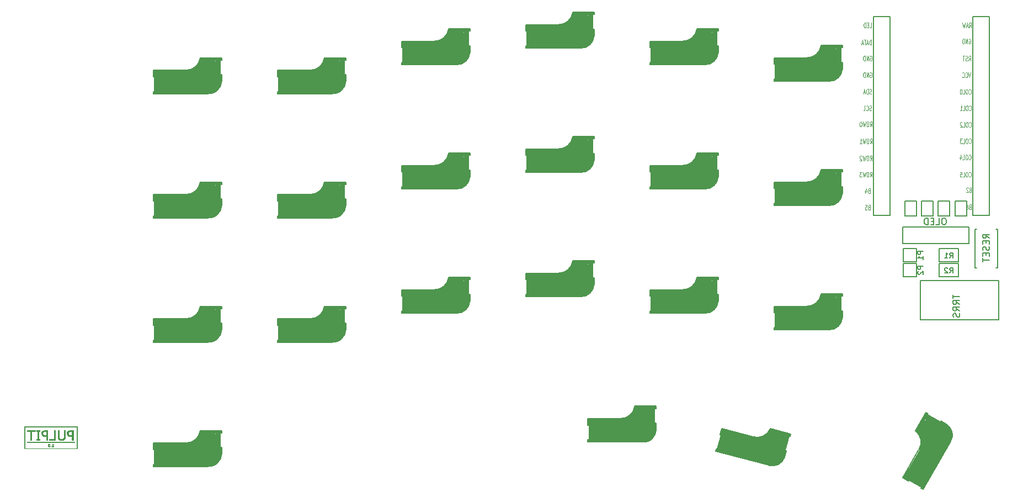
<source format=gbo>
G04 #@! TF.GenerationSoftware,KiCad,Pcbnew,(5.1.0)-1*
G04 #@! TF.CreationDate,2019-04-27T14:25:24+02:00*
G04 #@! TF.ProjectId,prkbd,70726b62-642e-46b6-9963-61645f706362,1*
G04 #@! TF.SameCoordinates,Original*
G04 #@! TF.FileFunction,Legend,Bot*
G04 #@! TF.FilePolarity,Positive*
%FSLAX46Y46*%
G04 Gerber Fmt 4.6, Leading zero omitted, Abs format (unit mm)*
G04 Created by KiCad (PCBNEW (5.1.0)-1) date 2019-04-27 14:25:24*
%MOMM*%
%LPD*%
G04 APERTURE LIST*
%ADD10C,0.010000*%
%ADD11C,0.300000*%
%ADD12C,0.800000*%
%ADD13C,3.000000*%
%ADD14C,0.500000*%
%ADD15C,1.000000*%
%ADD16C,3.500000*%
%ADD17C,0.150000*%
%ADD18C,0.400000*%
%ADD19C,0.125000*%
G04 APERTURE END LIST*
D10*
G36*
X49682400Y-132681134D02*
G01*
X50215800Y-132681134D01*
X50215800Y-134001934D01*
X50410534Y-134001934D01*
X50410534Y-132681134D01*
X50952400Y-132681134D01*
X50952400Y-132503334D01*
X49682400Y-132503334D01*
X49682400Y-132681134D01*
X49682400Y-132681134D01*
G37*
X49682400Y-132681134D02*
X50215800Y-132681134D01*
X50215800Y-134001934D01*
X50410534Y-134001934D01*
X50410534Y-132681134D01*
X50952400Y-132681134D01*
X50952400Y-132503334D01*
X49682400Y-132503334D01*
X49682400Y-132681134D01*
G36*
X51096333Y-132655734D02*
G01*
X51291067Y-132655734D01*
X51291067Y-133849534D01*
X51096333Y-133849534D01*
X51096333Y-134001934D01*
X51680533Y-134001934D01*
X51680533Y-133849534D01*
X51485800Y-133849534D01*
X51485800Y-132655734D01*
X51680533Y-132655734D01*
X51680533Y-132503334D01*
X51096333Y-132503334D01*
X51096333Y-132655734D01*
X51096333Y-132655734D01*
G37*
X51096333Y-132655734D02*
X51291067Y-132655734D01*
X51291067Y-133849534D01*
X51096333Y-133849534D01*
X51096333Y-134001934D01*
X51680533Y-134001934D01*
X51680533Y-133849534D01*
X51485800Y-133849534D01*
X51485800Y-132655734D01*
X51680533Y-132655734D01*
X51680533Y-132503334D01*
X51096333Y-132503334D01*
X51096333Y-132655734D01*
G36*
X52538916Y-132504140D02*
G01*
X52446244Y-132506753D01*
X52366791Y-132511463D01*
X52298735Y-132518561D01*
X52240252Y-132528340D01*
X52189520Y-132541089D01*
X52144716Y-132557101D01*
X52104015Y-132576666D01*
X52073499Y-132594869D01*
X52008524Y-132645373D01*
X51958001Y-132703864D01*
X51921568Y-132771044D01*
X51898863Y-132847615D01*
X51889523Y-132934279D01*
X51889229Y-132952067D01*
X51895446Y-133040914D01*
X51915201Y-133120550D01*
X51949259Y-133192883D01*
X51998385Y-133259820D01*
X52023433Y-133286521D01*
X52068720Y-133327845D01*
X52115235Y-133361371D01*
X52165359Y-133387868D01*
X52221470Y-133408107D01*
X52285948Y-133422860D01*
X52361172Y-133432898D01*
X52449523Y-133438990D01*
X52499683Y-133440806D01*
X52671133Y-133445559D01*
X52671133Y-134001934D01*
X52865867Y-134001934D01*
X52865867Y-132672667D01*
X52671133Y-132672667D01*
X52671133Y-133273801D01*
X52533550Y-133273653D01*
X52467618Y-133272635D01*
X52409998Y-133269858D01*
X52363855Y-133265520D01*
X52339824Y-133261606D01*
X52266464Y-133239018D01*
X52205484Y-133205126D01*
X52157169Y-133160215D01*
X52121805Y-133104571D01*
X52099680Y-133038479D01*
X52095975Y-133018639D01*
X52091113Y-132944507D01*
X52100553Y-132877076D01*
X52123758Y-132817556D01*
X52160193Y-132767159D01*
X52209320Y-132727095D01*
X52230528Y-132715172D01*
X52262862Y-132700677D01*
X52296835Y-132689712D01*
X52335371Y-132681855D01*
X52381393Y-132676682D01*
X52437825Y-132673770D01*
X52507589Y-132672698D01*
X52524522Y-132672667D01*
X52671133Y-132672667D01*
X52865867Y-132672667D01*
X52865867Y-132503334D01*
X52646631Y-132503334D01*
X52538916Y-132504140D01*
X52538916Y-132504140D01*
G37*
X52538916Y-132504140D02*
X52446244Y-132506753D01*
X52366791Y-132511463D01*
X52298735Y-132518561D01*
X52240252Y-132528340D01*
X52189520Y-132541089D01*
X52144716Y-132557101D01*
X52104015Y-132576666D01*
X52073499Y-132594869D01*
X52008524Y-132645373D01*
X51958001Y-132703864D01*
X51921568Y-132771044D01*
X51898863Y-132847615D01*
X51889523Y-132934279D01*
X51889229Y-132952067D01*
X51895446Y-133040914D01*
X51915201Y-133120550D01*
X51949259Y-133192883D01*
X51998385Y-133259820D01*
X52023433Y-133286521D01*
X52068720Y-133327845D01*
X52115235Y-133361371D01*
X52165359Y-133387868D01*
X52221470Y-133408107D01*
X52285948Y-133422860D01*
X52361172Y-133432898D01*
X52449523Y-133438990D01*
X52499683Y-133440806D01*
X52671133Y-133445559D01*
X52671133Y-134001934D01*
X52865867Y-134001934D01*
X52865867Y-132672667D01*
X52671133Y-132672667D01*
X52671133Y-133273801D01*
X52533550Y-133273653D01*
X52467618Y-133272635D01*
X52409998Y-133269858D01*
X52363855Y-133265520D01*
X52339824Y-133261606D01*
X52266464Y-133239018D01*
X52205484Y-133205126D01*
X52157169Y-133160215D01*
X52121805Y-133104571D01*
X52099680Y-133038479D01*
X52095975Y-133018639D01*
X52091113Y-132944507D01*
X52100553Y-132877076D01*
X52123758Y-132817556D01*
X52160193Y-132767159D01*
X52209320Y-132727095D01*
X52230528Y-132715172D01*
X52262862Y-132700677D01*
X52296835Y-132689712D01*
X52335371Y-132681855D01*
X52381393Y-132676682D01*
X52437825Y-132673770D01*
X52507589Y-132672698D01*
X52524522Y-132672667D01*
X52671133Y-132672667D01*
X52865867Y-132672667D01*
X52865867Y-132503334D01*
X52646631Y-132503334D01*
X52538916Y-132504140D01*
G36*
X53822600Y-133824134D02*
G01*
X53069067Y-133824134D01*
X53069067Y-134001934D01*
X54017334Y-134001934D01*
X54017334Y-132503334D01*
X53822600Y-132503334D01*
X53822600Y-133824134D01*
X53822600Y-133824134D01*
G37*
X53822600Y-133824134D02*
X53069067Y-133824134D01*
X53069067Y-134001934D01*
X54017334Y-134001934D01*
X54017334Y-132503334D01*
X53822600Y-132503334D01*
X53822600Y-133824134D01*
G36*
X56450516Y-132504140D02*
G01*
X56357844Y-132506753D01*
X56278391Y-132511463D01*
X56210335Y-132518561D01*
X56151852Y-132528340D01*
X56101120Y-132541089D01*
X56056316Y-132557101D01*
X56015615Y-132576666D01*
X55985099Y-132594869D01*
X55920124Y-132645373D01*
X55869601Y-132703864D01*
X55833168Y-132771044D01*
X55810463Y-132847615D01*
X55801123Y-132934279D01*
X55800829Y-132952067D01*
X55807046Y-133040914D01*
X55826801Y-133120550D01*
X55860859Y-133192883D01*
X55909985Y-133259820D01*
X55935034Y-133286521D01*
X55980320Y-133327845D01*
X56026835Y-133361371D01*
X56076959Y-133387868D01*
X56133070Y-133408107D01*
X56197548Y-133422860D01*
X56272772Y-133432898D01*
X56361123Y-133438990D01*
X56411283Y-133440806D01*
X56582734Y-133445559D01*
X56582734Y-134001934D01*
X56777467Y-134001934D01*
X56777467Y-132672667D01*
X56582734Y-132672667D01*
X56582734Y-133273801D01*
X56445150Y-133273653D01*
X56379218Y-133272635D01*
X56321598Y-133269858D01*
X56275455Y-133265520D01*
X56251424Y-133261606D01*
X56178064Y-133239018D01*
X56117084Y-133205126D01*
X56068769Y-133160215D01*
X56033405Y-133104571D01*
X56011280Y-133038479D01*
X56007575Y-133018639D01*
X56002713Y-132944507D01*
X56012153Y-132877076D01*
X56035358Y-132817556D01*
X56071793Y-132767159D01*
X56120920Y-132727095D01*
X56142128Y-132715172D01*
X56174462Y-132700677D01*
X56208435Y-132689712D01*
X56246971Y-132681855D01*
X56292993Y-132676682D01*
X56349425Y-132673770D01*
X56419189Y-132672698D01*
X56436122Y-132672667D01*
X56582734Y-132672667D01*
X56777467Y-132672667D01*
X56777467Y-132503334D01*
X56558231Y-132503334D01*
X56450516Y-132504140D01*
X56450516Y-132504140D01*
G37*
X56450516Y-132504140D02*
X56357844Y-132506753D01*
X56278391Y-132511463D01*
X56210335Y-132518561D01*
X56151852Y-132528340D01*
X56101120Y-132541089D01*
X56056316Y-132557101D01*
X56015615Y-132576666D01*
X55985099Y-132594869D01*
X55920124Y-132645373D01*
X55869601Y-132703864D01*
X55833168Y-132771044D01*
X55810463Y-132847615D01*
X55801123Y-132934279D01*
X55800829Y-132952067D01*
X55807046Y-133040914D01*
X55826801Y-133120550D01*
X55860859Y-133192883D01*
X55909985Y-133259820D01*
X55935034Y-133286521D01*
X55980320Y-133327845D01*
X56026835Y-133361371D01*
X56076959Y-133387868D01*
X56133070Y-133408107D01*
X56197548Y-133422860D01*
X56272772Y-133432898D01*
X56361123Y-133438990D01*
X56411283Y-133440806D01*
X56582734Y-133445559D01*
X56582734Y-134001934D01*
X56777467Y-134001934D01*
X56777467Y-132672667D01*
X56582734Y-132672667D01*
X56582734Y-133273801D01*
X56445150Y-133273653D01*
X56379218Y-133272635D01*
X56321598Y-133269858D01*
X56275455Y-133265520D01*
X56251424Y-133261606D01*
X56178064Y-133239018D01*
X56117084Y-133205126D01*
X56068769Y-133160215D01*
X56033405Y-133104571D01*
X56011280Y-133038479D01*
X56007575Y-133018639D01*
X56002713Y-132944507D01*
X56012153Y-132877076D01*
X56035358Y-132817556D01*
X56071793Y-132767159D01*
X56120920Y-132727095D01*
X56142128Y-132715172D01*
X56174462Y-132700677D01*
X56208435Y-132689712D01*
X56246971Y-132681855D01*
X56292993Y-132676682D01*
X56349425Y-132673770D01*
X56419189Y-132672698D01*
X56436122Y-132672667D01*
X56582734Y-132672667D01*
X56777467Y-132672667D01*
X56777467Y-132503334D01*
X56558231Y-132503334D01*
X56450516Y-132504140D01*
G36*
X55353100Y-133047317D02*
G01*
X55352578Y-133160944D01*
X55352069Y-133258988D01*
X55351442Y-133342796D01*
X55350568Y-133413719D01*
X55349314Y-133473105D01*
X55347551Y-133522304D01*
X55345148Y-133562664D01*
X55341973Y-133595534D01*
X55337896Y-133622264D01*
X55332786Y-133644203D01*
X55326513Y-133662698D01*
X55318945Y-133679100D01*
X55309952Y-133694758D01*
X55299403Y-133711020D01*
X55287167Y-133729235D01*
X55286958Y-133729549D01*
X55242644Y-133782084D01*
X55187730Y-133822113D01*
X55131966Y-133847019D01*
X55107851Y-133853865D01*
X55079558Y-133858386D01*
X55043309Y-133860939D01*
X54995326Y-133861881D01*
X54974067Y-133861892D01*
X54924811Y-133861364D01*
X54888411Y-133859798D01*
X54860799Y-133856707D01*
X54837907Y-133851608D01*
X54815666Y-133844015D01*
X54811955Y-133842560D01*
X54750709Y-133809677D01*
X54699310Y-133763446D01*
X54657464Y-133703529D01*
X54624877Y-133629589D01*
X54623982Y-133626981D01*
X54620346Y-133615836D01*
X54617228Y-133604464D01*
X54614582Y-133591509D01*
X54612359Y-133575617D01*
X54610511Y-133555434D01*
X54608993Y-133529606D01*
X54607755Y-133496777D01*
X54606752Y-133455594D01*
X54605934Y-133404703D01*
X54605256Y-133342748D01*
X54604669Y-133268376D01*
X54604126Y-133180232D01*
X54603579Y-133076962D01*
X54603388Y-133038851D01*
X54600714Y-132503334D01*
X54405875Y-132503334D01*
X54408954Y-133038851D01*
X54409595Y-133147513D01*
X54410205Y-133240642D01*
X54410835Y-133319638D01*
X54411536Y-133385898D01*
X54412358Y-133440824D01*
X54413352Y-133485815D01*
X54414568Y-133522270D01*
X54416056Y-133551589D01*
X54417867Y-133575171D01*
X54420052Y-133594416D01*
X54422661Y-133610724D01*
X54425744Y-133625494D01*
X54429351Y-133640126D01*
X54430835Y-133645805D01*
X54455780Y-133724088D01*
X54486855Y-133789885D01*
X54526202Y-133847165D01*
X54559200Y-133883703D01*
X54623634Y-133938619D01*
X54694773Y-133979561D01*
X54775938Y-134008405D01*
X54783031Y-134010263D01*
X54831901Y-134019744D01*
X54891423Y-134026735D01*
X54955455Y-134030896D01*
X55017852Y-134031888D01*
X55072473Y-134029372D01*
X55090967Y-134027279D01*
X55188449Y-134006503D01*
X55275210Y-133973219D01*
X55350783Y-133927772D01*
X55414702Y-133870509D01*
X55466500Y-133801776D01*
X55505712Y-133721920D01*
X55507087Y-133718300D01*
X55515702Y-133694734D01*
X55523130Y-133672292D01*
X55529472Y-133649539D01*
X55534826Y-133625037D01*
X55539294Y-133597351D01*
X55542977Y-133565044D01*
X55545975Y-133526678D01*
X55548387Y-133480818D01*
X55550315Y-133426027D01*
X55551859Y-133360867D01*
X55553119Y-133283904D01*
X55554196Y-133193699D01*
X55555189Y-133088816D01*
X55555757Y-133021917D01*
X55560056Y-132503334D01*
X55355657Y-132503334D01*
X55353100Y-133047317D01*
X55353100Y-133047317D01*
G37*
X55353100Y-133047317D02*
X55352578Y-133160944D01*
X55352069Y-133258988D01*
X55351442Y-133342796D01*
X55350568Y-133413719D01*
X55349314Y-133473105D01*
X55347551Y-133522304D01*
X55345148Y-133562664D01*
X55341973Y-133595534D01*
X55337896Y-133622264D01*
X55332786Y-133644203D01*
X55326513Y-133662698D01*
X55318945Y-133679100D01*
X55309952Y-133694758D01*
X55299403Y-133711020D01*
X55287167Y-133729235D01*
X55286958Y-133729549D01*
X55242644Y-133782084D01*
X55187730Y-133822113D01*
X55131966Y-133847019D01*
X55107851Y-133853865D01*
X55079558Y-133858386D01*
X55043309Y-133860939D01*
X54995326Y-133861881D01*
X54974067Y-133861892D01*
X54924811Y-133861364D01*
X54888411Y-133859798D01*
X54860799Y-133856707D01*
X54837907Y-133851608D01*
X54815666Y-133844015D01*
X54811955Y-133842560D01*
X54750709Y-133809677D01*
X54699310Y-133763446D01*
X54657464Y-133703529D01*
X54624877Y-133629589D01*
X54623982Y-133626981D01*
X54620346Y-133615836D01*
X54617228Y-133604464D01*
X54614582Y-133591509D01*
X54612359Y-133575617D01*
X54610511Y-133555434D01*
X54608993Y-133529606D01*
X54607755Y-133496777D01*
X54606752Y-133455594D01*
X54605934Y-133404703D01*
X54605256Y-133342748D01*
X54604669Y-133268376D01*
X54604126Y-133180232D01*
X54603579Y-133076962D01*
X54603388Y-133038851D01*
X54600714Y-132503334D01*
X54405875Y-132503334D01*
X54408954Y-133038851D01*
X54409595Y-133147513D01*
X54410205Y-133240642D01*
X54410835Y-133319638D01*
X54411536Y-133385898D01*
X54412358Y-133440824D01*
X54413352Y-133485815D01*
X54414568Y-133522270D01*
X54416056Y-133551589D01*
X54417867Y-133575171D01*
X54420052Y-133594416D01*
X54422661Y-133610724D01*
X54425744Y-133625494D01*
X54429351Y-133640126D01*
X54430835Y-133645805D01*
X54455780Y-133724088D01*
X54486855Y-133789885D01*
X54526202Y-133847165D01*
X54559200Y-133883703D01*
X54623634Y-133938619D01*
X54694773Y-133979561D01*
X54775938Y-134008405D01*
X54783031Y-134010263D01*
X54831901Y-134019744D01*
X54891423Y-134026735D01*
X54955455Y-134030896D01*
X55017852Y-134031888D01*
X55072473Y-134029372D01*
X55090967Y-134027279D01*
X55188449Y-134006503D01*
X55275210Y-133973219D01*
X55350783Y-133927772D01*
X55414702Y-133870509D01*
X55466500Y-133801776D01*
X55505712Y-133721920D01*
X55507087Y-133718300D01*
X55515702Y-133694734D01*
X55523130Y-133672292D01*
X55529472Y-133649539D01*
X55534826Y-133625037D01*
X55539294Y-133597351D01*
X55542977Y-133565044D01*
X55545975Y-133526678D01*
X55548387Y-133480818D01*
X55550315Y-133426027D01*
X55551859Y-133360867D01*
X55553119Y-133283904D01*
X55554196Y-133193699D01*
X55555189Y-133088816D01*
X55555757Y-133021917D01*
X55560056Y-132503334D01*
X55355657Y-132503334D01*
X55353100Y-133047317D01*
G36*
X49682400Y-134366001D02*
G01*
X56980667Y-134366001D01*
X56980667Y-134247467D01*
X49682400Y-134247467D01*
X49682400Y-134366001D01*
X49682400Y-134366001D01*
G37*
X49682400Y-134366001D02*
X56980667Y-134366001D01*
X56980667Y-134247467D01*
X49682400Y-134247467D01*
X49682400Y-134366001D01*
G36*
X53306133Y-135017934D02*
G01*
X53365400Y-135017934D01*
X53365400Y-134933267D01*
X53306133Y-134933267D01*
X53306133Y-135017934D01*
X53306133Y-135017934D01*
G37*
X53306133Y-135017934D02*
X53365400Y-135017934D01*
X53365400Y-134933267D01*
X53306133Y-134933267D01*
X53306133Y-135017934D01*
G36*
X53594000Y-134975600D02*
G01*
X53551667Y-134975600D01*
X53526542Y-134976287D01*
X53514008Y-134979789D01*
X53509735Y-134988272D01*
X53509334Y-134996767D01*
X53509334Y-135017934D01*
X53729467Y-135017934D01*
X53729467Y-134996767D01*
X53728094Y-134984205D01*
X53721090Y-134977938D01*
X53704123Y-134975801D01*
X53687134Y-134975600D01*
X53644800Y-134975600D01*
X53644800Y-134696201D01*
X53687134Y-134696201D01*
X53712258Y-134695514D01*
X53724792Y-134692012D01*
X53729066Y-134683529D01*
X53729467Y-134675034D01*
X53726555Y-134659659D01*
X53714400Y-134654246D01*
X53705209Y-134653867D01*
X53682417Y-134648878D01*
X53659553Y-134636516D01*
X53642319Y-134620684D01*
X53636334Y-134606686D01*
X53628961Y-134597136D01*
X53615167Y-134594601D01*
X53594000Y-134594601D01*
X53594000Y-134975600D01*
X53594000Y-134975600D01*
G37*
X53594000Y-134975600D02*
X53551667Y-134975600D01*
X53526542Y-134976287D01*
X53514008Y-134979789D01*
X53509735Y-134988272D01*
X53509334Y-134996767D01*
X53509334Y-135017934D01*
X53729467Y-135017934D01*
X53729467Y-134996767D01*
X53728094Y-134984205D01*
X53721090Y-134977938D01*
X53704123Y-134975801D01*
X53687134Y-134975600D01*
X53644800Y-134975600D01*
X53644800Y-134696201D01*
X53687134Y-134696201D01*
X53712258Y-134695514D01*
X53724792Y-134692012D01*
X53729066Y-134683529D01*
X53729467Y-134675034D01*
X53726555Y-134659659D01*
X53714400Y-134654246D01*
X53705209Y-134653867D01*
X53682417Y-134648878D01*
X53659553Y-134636516D01*
X53642319Y-134620684D01*
X53636334Y-134606686D01*
X53628961Y-134597136D01*
X53615167Y-134594601D01*
X53594000Y-134594601D01*
X53594000Y-134975600D01*
G36*
X53017019Y-134590578D02*
G01*
X52977745Y-134603302D01*
X52947369Y-134627288D01*
X52925395Y-134663498D01*
X52911329Y-134712896D01*
X52904675Y-134776445D01*
X52903967Y-134810501D01*
X52904391Y-134853545D01*
X52906142Y-134884258D01*
X52909940Y-134907231D01*
X52916504Y-134927056D01*
X52925133Y-134945527D01*
X52941117Y-134972309D01*
X52958606Y-134994528D01*
X52967467Y-135002628D01*
X52995420Y-135015180D01*
X53031995Y-135021882D01*
X53069616Y-135021820D01*
X53091490Y-135017584D01*
X53127634Y-134997920D01*
X53155518Y-134963886D01*
X53174894Y-134916030D01*
X53185511Y-134854901D01*
X53186492Y-134832057D01*
X53136269Y-134832057D01*
X53131055Y-134881394D01*
X53120301Y-134922165D01*
X53104435Y-134951130D01*
X53096873Y-134958592D01*
X53068478Y-134971791D01*
X53034415Y-134975219D01*
X53003343Y-134968129D01*
X53000865Y-134966883D01*
X52982256Y-134952380D01*
X52969070Y-134930340D01*
X52960628Y-134898372D01*
X52956249Y-134854083D01*
X52955214Y-134806267D01*
X52957088Y-134746732D01*
X52963338Y-134702041D01*
X52974904Y-134670457D01*
X52992726Y-134650242D01*
X53017746Y-134639659D01*
X53046871Y-134636934D01*
X53081297Y-134644214D01*
X53107046Y-134666004D01*
X53124047Y-134702231D01*
X53128362Y-134720639D01*
X53135514Y-134777392D01*
X53136269Y-134832057D01*
X53186492Y-134832057D01*
X53187600Y-134806267D01*
X53182838Y-134736219D01*
X53168764Y-134679188D01*
X53145698Y-134635576D01*
X53113957Y-134605788D01*
X53073861Y-134590227D01*
X53025729Y-134589295D01*
X53017019Y-134590578D01*
X53017019Y-134590578D01*
G37*
X53017019Y-134590578D02*
X52977745Y-134603302D01*
X52947369Y-134627288D01*
X52925395Y-134663498D01*
X52911329Y-134712896D01*
X52904675Y-134776445D01*
X52903967Y-134810501D01*
X52904391Y-134853545D01*
X52906142Y-134884258D01*
X52909940Y-134907231D01*
X52916504Y-134927056D01*
X52925133Y-134945527D01*
X52941117Y-134972309D01*
X52958606Y-134994528D01*
X52967467Y-135002628D01*
X52995420Y-135015180D01*
X53031995Y-135021882D01*
X53069616Y-135021820D01*
X53091490Y-135017584D01*
X53127634Y-134997920D01*
X53155518Y-134963886D01*
X53174894Y-134916030D01*
X53185511Y-134854901D01*
X53186492Y-134832057D01*
X53136269Y-134832057D01*
X53131055Y-134881394D01*
X53120301Y-134922165D01*
X53104435Y-134951130D01*
X53096873Y-134958592D01*
X53068478Y-134971791D01*
X53034415Y-134975219D01*
X53003343Y-134968129D01*
X53000865Y-134966883D01*
X52982256Y-134952380D01*
X52969070Y-134930340D01*
X52960628Y-134898372D01*
X52956249Y-134854083D01*
X52955214Y-134806267D01*
X52957088Y-134746732D01*
X52963338Y-134702041D01*
X52974904Y-134670457D01*
X52992726Y-134650242D01*
X53017746Y-134639659D01*
X53046871Y-134636934D01*
X53081297Y-134644214D01*
X53107046Y-134666004D01*
X53124047Y-134702231D01*
X53128362Y-134720639D01*
X53135514Y-134777392D01*
X53136269Y-134832057D01*
X53186492Y-134832057D01*
X53187600Y-134806267D01*
X53182838Y-134736219D01*
X53168764Y-134679188D01*
X53145698Y-134635576D01*
X53113957Y-134605788D01*
X53073861Y-134590227D01*
X53025729Y-134589295D01*
X53017019Y-134590578D01*
G36*
X49292934Y-135305800D02*
G01*
X57370133Y-135305800D01*
X57370133Y-131978401D01*
X57319334Y-131978401D01*
X57319334Y-135255000D01*
X49343734Y-135255000D01*
X49343734Y-131978401D01*
X57319334Y-131978401D01*
X57370133Y-131978401D01*
X57370133Y-131927600D01*
X49292934Y-131927600D01*
X49292934Y-135305800D01*
X49292934Y-135305800D01*
G37*
X49292934Y-135305800D02*
X57370133Y-135305800D01*
X57370133Y-131978401D01*
X57319334Y-131978401D01*
X57319334Y-135255000D01*
X49343734Y-135255000D01*
X49343734Y-131978401D01*
X57319334Y-131978401D01*
X57370133Y-131978401D01*
X57370133Y-131927600D01*
X49292934Y-131927600D01*
X49292934Y-135305800D01*
D11*
X174710000Y-76190001D02*
X174710000Y-77090000D01*
D12*
X174210000Y-73990000D02*
X174210000Y-75789999D01*
D13*
X173080000Y-77490000D02*
X173080000Y-75250000D01*
D14*
X164610000Y-75690000D02*
X166010000Y-75690000D01*
D15*
X165010000Y-78390000D02*
X165010000Y-75890000D01*
D16*
X166310000Y-77190000D02*
X173010000Y-77190000D01*
D17*
X164310000Y-75390000D02*
X164310000Y-76390000D01*
X164310000Y-76390000D02*
X164510000Y-76390000D01*
X164530000Y-76390000D02*
X164530000Y-78640000D01*
X164510000Y-78640000D02*
X164310000Y-78640000D01*
X174810000Y-76090000D02*
X174610000Y-76090000D01*
X174580000Y-76090000D02*
X174580000Y-73850000D01*
X174610000Y-73850000D02*
X174810000Y-73850000D01*
X174810000Y-73490000D02*
X174810000Y-73850000D01*
X174810000Y-77090000D02*
X174810000Y-76090000D01*
X174810000Y-73490000D02*
X171530000Y-73490000D01*
X169310000Y-75390000D02*
X164310000Y-75390000D01*
X164310000Y-78990000D02*
X172710001Y-78990000D01*
X171526318Y-73511471D02*
G75*
G02X169310000Y-75390000I-2151318J291471D01*
G01*
X174810000Y-77089999D02*
G75*
G02X172710001Y-78990000I-2000000J99999D01*
G01*
X164310000Y-78640000D02*
X164310000Y-78990000D01*
D15*
X171926318Y-73911471D02*
G75*
G02X169710000Y-75790000I-2151318J291471D01*
G01*
D14*
X174610000Y-73690000D02*
X171910000Y-73690000D01*
D18*
X164510000Y-78790000D02*
X165910000Y-78790000D01*
X164510000Y-76290000D02*
X164510000Y-75590000D01*
X69260000Y-97245000D02*
X69260000Y-96545000D01*
X69260000Y-99745000D02*
X70660000Y-99745000D01*
D14*
X79360000Y-94645000D02*
X76660000Y-94645000D01*
D15*
X76676318Y-94866471D02*
G75*
G02X74460000Y-96745000I-2151318J291471D01*
G01*
D17*
X69060000Y-99595000D02*
X69060000Y-99945000D01*
X79560000Y-98044999D02*
G75*
G02X77460001Y-99945000I-2000000J99999D01*
G01*
X76276318Y-94466471D02*
G75*
G02X74060000Y-96345000I-2151318J291471D01*
G01*
X69060000Y-99945000D02*
X77460001Y-99945000D01*
X74060000Y-96345000D02*
X69060000Y-96345000D01*
X79560000Y-94445000D02*
X76280000Y-94445000D01*
X79560000Y-98045000D02*
X79560000Y-97045000D01*
X79560000Y-94445000D02*
X79560000Y-94805000D01*
X79360000Y-94805000D02*
X79560000Y-94805000D01*
X79330000Y-97045000D02*
X79330000Y-94805000D01*
X79560000Y-97045000D02*
X79360000Y-97045000D01*
X69260000Y-99595000D02*
X69060000Y-99595000D01*
X69280000Y-97345000D02*
X69280000Y-99595000D01*
X69060000Y-97345000D02*
X69260000Y-97345000D01*
X69060000Y-96345000D02*
X69060000Y-97345000D01*
D16*
X71060000Y-98145000D02*
X77760000Y-98145000D01*
D15*
X69760000Y-99345000D02*
X69760000Y-96845000D01*
D14*
X69360000Y-96645000D02*
X70760000Y-96645000D01*
D13*
X77830000Y-98445000D02*
X77830000Y-96205000D01*
D12*
X78960000Y-94945000D02*
X78960000Y-96744999D01*
D11*
X79460000Y-97145001D02*
X79460000Y-98045000D01*
D17*
X186755000Y-109550000D02*
X198755000Y-109550000D01*
X186755000Y-115550000D02*
X186755000Y-109550000D01*
X198755000Y-115550000D02*
X186755000Y-115550000D01*
X198755000Y-109550000D02*
X198755000Y-115550000D01*
X184023000Y-103886000D02*
X184023000Y-101346000D01*
X194183000Y-103886000D02*
X184023000Y-103886000D01*
X194183000Y-101346000D02*
X194183000Y-103886000D01*
X184023000Y-101346000D02*
X194183000Y-101346000D01*
X192069172Y-99650020D02*
X193847172Y-99650020D01*
X192069172Y-97364020D02*
X192069172Y-99650020D01*
X193847172Y-97364020D02*
X192069172Y-97364020D01*
X193847172Y-99650020D02*
X193847172Y-97364020D01*
X191300377Y-99663869D02*
X191300377Y-97377869D01*
X191300377Y-97377869D02*
X189522377Y-97377869D01*
X189522377Y-97377869D02*
X189522377Y-99663869D01*
X189522377Y-99663869D02*
X191300377Y-99663869D01*
X186982377Y-99663869D02*
X188760377Y-99663869D01*
X186982377Y-97377869D02*
X186982377Y-99663869D01*
X188760377Y-97377869D02*
X186982377Y-97377869D01*
X188760377Y-99663869D02*
X188760377Y-97377869D01*
X186220377Y-99663869D02*
X186220377Y-97377869D01*
X186220377Y-97377869D02*
X184442377Y-97377869D01*
X184442377Y-97377869D02*
X184442377Y-99663869D01*
X184442377Y-99663869D02*
X186220377Y-99663869D01*
X186166000Y-106664000D02*
X184166000Y-106664000D01*
X186166000Y-104664000D02*
X186166000Y-106664000D01*
X184166000Y-104664000D02*
X186166000Y-104664000D01*
X184166000Y-106664000D02*
X184166000Y-104664000D01*
X184166000Y-108950000D02*
X184166000Y-106950000D01*
X184166000Y-106950000D02*
X186166000Y-106950000D01*
X186166000Y-106950000D02*
X186166000Y-108950000D01*
X186166000Y-108950000D02*
X184166000Y-108950000D01*
X192635000Y-104664000D02*
X192635000Y-106664000D01*
X189635000Y-104664000D02*
X192635000Y-104664000D01*
X189635000Y-106664000D02*
X189635000Y-104664000D01*
X192635000Y-106664000D02*
X189635000Y-106664000D01*
X192635000Y-108950000D02*
X189635000Y-108950000D01*
X189635000Y-108950000D02*
X189635000Y-106950000D01*
X189635000Y-106950000D02*
X192635000Y-106950000D01*
X192635000Y-106950000D02*
X192635000Y-108950000D01*
X198408679Y-101633437D02*
X198658679Y-101633437D01*
X198658679Y-101633437D02*
X198658679Y-107633437D01*
X198658679Y-107633437D02*
X198408679Y-107633437D01*
X195408679Y-107633437D02*
X195158679Y-107633437D01*
X195158679Y-107633437D02*
X195158679Y-101633437D01*
X195158679Y-101633437D02*
X195408679Y-101633437D01*
D18*
X69260000Y-78195000D02*
X69260000Y-77495000D01*
X69260000Y-80695000D02*
X70660000Y-80695000D01*
D14*
X79360000Y-75595000D02*
X76660000Y-75595000D01*
D15*
X76676318Y-75816471D02*
G75*
G02X74460000Y-77695000I-2151318J291471D01*
G01*
D17*
X69060000Y-80545000D02*
X69060000Y-80895000D01*
X79560000Y-78994999D02*
G75*
G02X77460001Y-80895000I-2000000J99999D01*
G01*
X76276318Y-75416471D02*
G75*
G02X74060000Y-77295000I-2151318J291471D01*
G01*
X69060000Y-80895000D02*
X77460001Y-80895000D01*
X74060000Y-77295000D02*
X69060000Y-77295000D01*
X79560000Y-75395000D02*
X76280000Y-75395000D01*
X79560000Y-78995000D02*
X79560000Y-77995000D01*
X79560000Y-75395000D02*
X79560000Y-75755000D01*
X79360000Y-75755000D02*
X79560000Y-75755000D01*
X79330000Y-77995000D02*
X79330000Y-75755000D01*
X79560000Y-77995000D02*
X79360000Y-77995000D01*
X69260000Y-80545000D02*
X69060000Y-80545000D01*
X69280000Y-78295000D02*
X69280000Y-80545000D01*
X69060000Y-78295000D02*
X69260000Y-78295000D01*
X69060000Y-77295000D02*
X69060000Y-78295000D01*
D16*
X71060000Y-79095000D02*
X77760000Y-79095000D01*
D15*
X69760000Y-80295000D02*
X69760000Y-77795000D01*
D14*
X69360000Y-77595000D02*
X70760000Y-77595000D01*
D13*
X77830000Y-79395000D02*
X77830000Y-77155000D01*
D12*
X78960000Y-75895000D02*
X78960000Y-77694999D01*
D11*
X79460000Y-78095001D02*
X79460000Y-78995000D01*
D18*
X88310000Y-78195000D02*
X88310000Y-77495000D01*
X88310000Y-80695000D02*
X89710000Y-80695000D01*
D14*
X98410000Y-75595000D02*
X95710000Y-75595000D01*
D15*
X95726318Y-75816471D02*
G75*
G02X93510000Y-77695000I-2151318J291471D01*
G01*
D17*
X88110000Y-80545000D02*
X88110000Y-80895000D01*
X98610000Y-78994999D02*
G75*
G02X96510001Y-80895000I-2000000J99999D01*
G01*
X95326318Y-75416471D02*
G75*
G02X93110000Y-77295000I-2151318J291471D01*
G01*
X88110000Y-80895000D02*
X96510001Y-80895000D01*
X93110000Y-77295000D02*
X88110000Y-77295000D01*
X98610000Y-75395000D02*
X95330000Y-75395000D01*
X98610000Y-78995000D02*
X98610000Y-77995000D01*
X98610000Y-75395000D02*
X98610000Y-75755000D01*
X98410000Y-75755000D02*
X98610000Y-75755000D01*
X98380000Y-77995000D02*
X98380000Y-75755000D01*
X98610000Y-77995000D02*
X98410000Y-77995000D01*
X88310000Y-80545000D02*
X88110000Y-80545000D01*
X88330000Y-78295000D02*
X88330000Y-80545000D01*
X88110000Y-78295000D02*
X88310000Y-78295000D01*
X88110000Y-77295000D02*
X88110000Y-78295000D01*
D16*
X90110000Y-79095000D02*
X96810000Y-79095000D01*
D15*
X88810000Y-80295000D02*
X88810000Y-77795000D01*
D14*
X88410000Y-77595000D02*
X89810000Y-77595000D01*
D13*
X96880000Y-79395000D02*
X96880000Y-77155000D01*
D12*
X98010000Y-75895000D02*
X98010000Y-77694999D01*
D11*
X98510000Y-78095001D02*
X98510000Y-78995000D01*
D18*
X107360000Y-73750000D02*
X107360000Y-73050000D01*
X107360000Y-76250000D02*
X108760000Y-76250000D01*
D14*
X117460000Y-71150000D02*
X114760000Y-71150000D01*
D15*
X114776318Y-71371471D02*
G75*
G02X112560000Y-73250000I-2151318J291471D01*
G01*
D17*
X107160000Y-76100000D02*
X107160000Y-76450000D01*
X117660000Y-74549999D02*
G75*
G02X115560001Y-76450000I-2000000J99999D01*
G01*
X114376318Y-70971471D02*
G75*
G02X112160000Y-72850000I-2151318J291471D01*
G01*
X107160000Y-76450000D02*
X115560001Y-76450000D01*
X112160000Y-72850000D02*
X107160000Y-72850000D01*
X117660000Y-70950000D02*
X114380000Y-70950000D01*
X117660000Y-74550000D02*
X117660000Y-73550000D01*
X117660000Y-70950000D02*
X117660000Y-71310000D01*
X117460000Y-71310000D02*
X117660000Y-71310000D01*
X117430000Y-73550000D02*
X117430000Y-71310000D01*
X117660000Y-73550000D02*
X117460000Y-73550000D01*
X107360000Y-76100000D02*
X107160000Y-76100000D01*
X107380000Y-73850000D02*
X107380000Y-76100000D01*
X107160000Y-73850000D02*
X107360000Y-73850000D01*
X107160000Y-72850000D02*
X107160000Y-73850000D01*
D16*
X109160000Y-74650000D02*
X115860000Y-74650000D01*
D15*
X107860000Y-75850000D02*
X107860000Y-73350000D01*
D14*
X107460000Y-73150000D02*
X108860000Y-73150000D01*
D13*
X115930000Y-74950000D02*
X115930000Y-72710000D01*
D12*
X117060000Y-71450000D02*
X117060000Y-73249999D01*
D11*
X117560000Y-73650001D02*
X117560000Y-74550000D01*
X136610000Y-71110001D02*
X136610000Y-72010000D01*
D12*
X136110000Y-68910000D02*
X136110000Y-70709999D01*
D13*
X134980000Y-72410000D02*
X134980000Y-70170000D01*
D14*
X126510000Y-70610000D02*
X127910000Y-70610000D01*
D15*
X126910000Y-73310000D02*
X126910000Y-70810000D01*
D16*
X128210000Y-72110000D02*
X134910000Y-72110000D01*
D17*
X126210000Y-70310000D02*
X126210000Y-71310000D01*
X126210000Y-71310000D02*
X126410000Y-71310000D01*
X126430000Y-71310000D02*
X126430000Y-73560000D01*
X126410000Y-73560000D02*
X126210000Y-73560000D01*
X136710000Y-71010000D02*
X136510000Y-71010000D01*
X136480000Y-71010000D02*
X136480000Y-68770000D01*
X136510000Y-68770000D02*
X136710000Y-68770000D01*
X136710000Y-68410000D02*
X136710000Y-68770000D01*
X136710000Y-72010000D02*
X136710000Y-71010000D01*
X136710000Y-68410000D02*
X133430000Y-68410000D01*
X131210000Y-70310000D02*
X126210000Y-70310000D01*
X126210000Y-73910000D02*
X134610001Y-73910000D01*
X133426318Y-68431471D02*
G75*
G02X131210000Y-70310000I-2151318J291471D01*
G01*
X136710000Y-72009999D02*
G75*
G02X134610001Y-73910000I-2000000J99999D01*
G01*
X126210000Y-73560000D02*
X126210000Y-73910000D01*
D15*
X133826318Y-68831471D02*
G75*
G02X131610000Y-70710000I-2151318J291471D01*
G01*
D14*
X136510000Y-68610000D02*
X133810000Y-68610000D01*
D18*
X126410000Y-73710000D02*
X127810000Y-73710000D01*
X126410000Y-71210000D02*
X126410000Y-70510000D01*
X145460000Y-73750000D02*
X145460000Y-73050000D01*
X145460000Y-76250000D02*
X146860000Y-76250000D01*
D14*
X155560000Y-71150000D02*
X152860000Y-71150000D01*
D15*
X152876318Y-71371471D02*
G75*
G02X150660000Y-73250000I-2151318J291471D01*
G01*
D17*
X145260000Y-76100000D02*
X145260000Y-76450000D01*
X155760000Y-74549999D02*
G75*
G02X153660001Y-76450000I-2000000J99999D01*
G01*
X152476318Y-70971471D02*
G75*
G02X150260000Y-72850000I-2151318J291471D01*
G01*
X145260000Y-76450000D02*
X153660001Y-76450000D01*
X150260000Y-72850000D02*
X145260000Y-72850000D01*
X155760000Y-70950000D02*
X152480000Y-70950000D01*
X155760000Y-74550000D02*
X155760000Y-73550000D01*
X155760000Y-70950000D02*
X155760000Y-71310000D01*
X155560000Y-71310000D02*
X155760000Y-71310000D01*
X155530000Y-73550000D02*
X155530000Y-71310000D01*
X155760000Y-73550000D02*
X155560000Y-73550000D01*
X145460000Y-76100000D02*
X145260000Y-76100000D01*
X145480000Y-73850000D02*
X145480000Y-76100000D01*
X145260000Y-73850000D02*
X145460000Y-73850000D01*
X145260000Y-72850000D02*
X145260000Y-73850000D01*
D16*
X147260000Y-74650000D02*
X153960000Y-74650000D01*
D15*
X145960000Y-75850000D02*
X145960000Y-73350000D01*
D14*
X145560000Y-73150000D02*
X146960000Y-73150000D01*
D13*
X154030000Y-74950000D02*
X154030000Y-72710000D01*
D12*
X155160000Y-71450000D02*
X155160000Y-73249999D01*
D11*
X155660000Y-73650001D02*
X155660000Y-74550000D01*
D18*
X88310000Y-97245000D02*
X88310000Y-96545000D01*
X88310000Y-99745000D02*
X89710000Y-99745000D01*
D14*
X98410000Y-94645000D02*
X95710000Y-94645000D01*
D15*
X95726318Y-94866471D02*
G75*
G02X93510000Y-96745000I-2151318J291471D01*
G01*
D17*
X88110000Y-99595000D02*
X88110000Y-99945000D01*
X98610000Y-98044999D02*
G75*
G02X96510001Y-99945000I-2000000J99999D01*
G01*
X95326318Y-94466471D02*
G75*
G02X93110000Y-96345000I-2151318J291471D01*
G01*
X88110000Y-99945000D02*
X96510001Y-99945000D01*
X93110000Y-96345000D02*
X88110000Y-96345000D01*
X98610000Y-94445000D02*
X95330000Y-94445000D01*
X98610000Y-98045000D02*
X98610000Y-97045000D01*
X98610000Y-94445000D02*
X98610000Y-94805000D01*
X98410000Y-94805000D02*
X98610000Y-94805000D01*
X98380000Y-97045000D02*
X98380000Y-94805000D01*
X98610000Y-97045000D02*
X98410000Y-97045000D01*
X88310000Y-99595000D02*
X88110000Y-99595000D01*
X88330000Y-97345000D02*
X88330000Y-99595000D01*
X88110000Y-97345000D02*
X88310000Y-97345000D01*
X88110000Y-96345000D02*
X88110000Y-97345000D01*
D16*
X90110000Y-98145000D02*
X96810000Y-98145000D01*
D15*
X88810000Y-99345000D02*
X88810000Y-96845000D01*
D14*
X88410000Y-96645000D02*
X89810000Y-96645000D01*
D13*
X96880000Y-98445000D02*
X96880000Y-96205000D01*
D12*
X98010000Y-94945000D02*
X98010000Y-96744999D01*
D11*
X98510000Y-97145001D02*
X98510000Y-98045000D01*
X117560000Y-92700001D02*
X117560000Y-93600000D01*
D12*
X117060000Y-90500000D02*
X117060000Y-92299999D01*
D13*
X115930000Y-94000000D02*
X115930000Y-91760000D01*
D14*
X107460000Y-92200000D02*
X108860000Y-92200000D01*
D15*
X107860000Y-94900000D02*
X107860000Y-92400000D01*
D16*
X109160000Y-93700000D02*
X115860000Y-93700000D01*
D17*
X107160000Y-91900000D02*
X107160000Y-92900000D01*
X107160000Y-92900000D02*
X107360000Y-92900000D01*
X107380000Y-92900000D02*
X107380000Y-95150000D01*
X107360000Y-95150000D02*
X107160000Y-95150000D01*
X117660000Y-92600000D02*
X117460000Y-92600000D01*
X117430000Y-92600000D02*
X117430000Y-90360000D01*
X117460000Y-90360000D02*
X117660000Y-90360000D01*
X117660000Y-90000000D02*
X117660000Y-90360000D01*
X117660000Y-93600000D02*
X117660000Y-92600000D01*
X117660000Y-90000000D02*
X114380000Y-90000000D01*
X112160000Y-91900000D02*
X107160000Y-91900000D01*
X107160000Y-95500000D02*
X115560001Y-95500000D01*
X114376318Y-90021471D02*
G75*
G02X112160000Y-91900000I-2151318J291471D01*
G01*
X117660000Y-93599999D02*
G75*
G02X115560001Y-95500000I-2000000J99999D01*
G01*
X107160000Y-95150000D02*
X107160000Y-95500000D01*
D15*
X114776318Y-90421471D02*
G75*
G02X112560000Y-92300000I-2151318J291471D01*
G01*
D14*
X117460000Y-90200000D02*
X114760000Y-90200000D01*
D18*
X107360000Y-95300000D02*
X108760000Y-95300000D01*
X107360000Y-92800000D02*
X107360000Y-92100000D01*
X126410000Y-90260000D02*
X126410000Y-89560000D01*
X126410000Y-92760000D02*
X127810000Y-92760000D01*
D14*
X136510000Y-87660000D02*
X133810000Y-87660000D01*
D15*
X133826318Y-87881471D02*
G75*
G02X131610000Y-89760000I-2151318J291471D01*
G01*
D17*
X126210000Y-92610000D02*
X126210000Y-92960000D01*
X136710000Y-91059999D02*
G75*
G02X134610001Y-92960000I-2000000J99999D01*
G01*
X133426318Y-87481471D02*
G75*
G02X131210000Y-89360000I-2151318J291471D01*
G01*
X126210000Y-92960000D02*
X134610001Y-92960000D01*
X131210000Y-89360000D02*
X126210000Y-89360000D01*
X136710000Y-87460000D02*
X133430000Y-87460000D01*
X136710000Y-91060000D02*
X136710000Y-90060000D01*
X136710000Y-87460000D02*
X136710000Y-87820000D01*
X136510000Y-87820000D02*
X136710000Y-87820000D01*
X136480000Y-90060000D02*
X136480000Y-87820000D01*
X136710000Y-90060000D02*
X136510000Y-90060000D01*
X126410000Y-92610000D02*
X126210000Y-92610000D01*
X126430000Y-90360000D02*
X126430000Y-92610000D01*
X126210000Y-90360000D02*
X126410000Y-90360000D01*
X126210000Y-89360000D02*
X126210000Y-90360000D01*
D16*
X128210000Y-91160000D02*
X134910000Y-91160000D01*
D15*
X126910000Y-92360000D02*
X126910000Y-89860000D01*
D14*
X126510000Y-89660000D02*
X127910000Y-89660000D01*
D13*
X134980000Y-91460000D02*
X134980000Y-89220000D01*
D12*
X136110000Y-87960000D02*
X136110000Y-89759999D01*
D11*
X136610000Y-90160001D02*
X136610000Y-91060000D01*
D18*
X145460000Y-92800000D02*
X145460000Y-92100000D01*
X145460000Y-95300000D02*
X146860000Y-95300000D01*
D14*
X155560000Y-90200000D02*
X152860000Y-90200000D01*
D15*
X152876318Y-90421471D02*
G75*
G02X150660000Y-92300000I-2151318J291471D01*
G01*
D17*
X145260000Y-95150000D02*
X145260000Y-95500000D01*
X155760000Y-93599999D02*
G75*
G02X153660001Y-95500000I-2000000J99999D01*
G01*
X152476318Y-90021471D02*
G75*
G02X150260000Y-91900000I-2151318J291471D01*
G01*
X145260000Y-95500000D02*
X153660001Y-95500000D01*
X150260000Y-91900000D02*
X145260000Y-91900000D01*
X155760000Y-90000000D02*
X152480000Y-90000000D01*
X155760000Y-93600000D02*
X155760000Y-92600000D01*
X155760000Y-90000000D02*
X155760000Y-90360000D01*
X155560000Y-90360000D02*
X155760000Y-90360000D01*
X155530000Y-92600000D02*
X155530000Y-90360000D01*
X155760000Y-92600000D02*
X155560000Y-92600000D01*
X145460000Y-95150000D02*
X145260000Y-95150000D01*
X145480000Y-92900000D02*
X145480000Y-95150000D01*
X145260000Y-92900000D02*
X145460000Y-92900000D01*
X145260000Y-91900000D02*
X145260000Y-92900000D01*
D16*
X147260000Y-93700000D02*
X153960000Y-93700000D01*
D15*
X145960000Y-94900000D02*
X145960000Y-92400000D01*
D14*
X145560000Y-92200000D02*
X146960000Y-92200000D01*
D13*
X154030000Y-94000000D02*
X154030000Y-91760000D01*
D12*
X155160000Y-90500000D02*
X155160000Y-92299999D01*
D11*
X155660000Y-92700001D02*
X155660000Y-93600000D01*
X174710000Y-95240001D02*
X174710000Y-96140000D01*
D12*
X174210000Y-93040000D02*
X174210000Y-94839999D01*
D13*
X173080000Y-96540000D02*
X173080000Y-94300000D01*
D14*
X164610000Y-94740000D02*
X166010000Y-94740000D01*
D15*
X165010000Y-97440000D02*
X165010000Y-94940000D01*
D16*
X166310000Y-96240000D02*
X173010000Y-96240000D01*
D17*
X164310000Y-94440000D02*
X164310000Y-95440000D01*
X164310000Y-95440000D02*
X164510000Y-95440000D01*
X164530000Y-95440000D02*
X164530000Y-97690000D01*
X164510000Y-97690000D02*
X164310000Y-97690000D01*
X174810000Y-95140000D02*
X174610000Y-95140000D01*
X174580000Y-95140000D02*
X174580000Y-92900000D01*
X174610000Y-92900000D02*
X174810000Y-92900000D01*
X174810000Y-92540000D02*
X174810000Y-92900000D01*
X174810000Y-96140000D02*
X174810000Y-95140000D01*
X174810000Y-92540000D02*
X171530000Y-92540000D01*
X169310000Y-94440000D02*
X164310000Y-94440000D01*
X164310000Y-98040000D02*
X172710001Y-98040000D01*
X171526318Y-92561471D02*
G75*
G02X169310000Y-94440000I-2151318J291471D01*
G01*
X174810000Y-96139999D02*
G75*
G02X172710001Y-98040000I-2000000J99999D01*
G01*
X164310000Y-97690000D02*
X164310000Y-98040000D01*
D15*
X171926318Y-92961471D02*
G75*
G02X169710000Y-94840000I-2151318J291471D01*
G01*
D14*
X174610000Y-92740000D02*
X171910000Y-92740000D01*
D18*
X164510000Y-97840000D02*
X165910000Y-97840000D01*
X164510000Y-95340000D02*
X164510000Y-94640000D01*
X69260000Y-116295000D02*
X69260000Y-115595000D01*
X69260000Y-118795000D02*
X70660000Y-118795000D01*
D14*
X79360000Y-113695000D02*
X76660000Y-113695000D01*
D15*
X76676318Y-113916471D02*
G75*
G02X74460000Y-115795000I-2151318J291471D01*
G01*
D17*
X69060000Y-118645000D02*
X69060000Y-118995000D01*
X79560000Y-117094999D02*
G75*
G02X77460001Y-118995000I-2000000J99999D01*
G01*
X76276318Y-113516471D02*
G75*
G02X74060000Y-115395000I-2151318J291471D01*
G01*
X69060000Y-118995000D02*
X77460001Y-118995000D01*
X74060000Y-115395000D02*
X69060000Y-115395000D01*
X79560000Y-113495000D02*
X76280000Y-113495000D01*
X79560000Y-117095000D02*
X79560000Y-116095000D01*
X79560000Y-113495000D02*
X79560000Y-113855000D01*
X79360000Y-113855000D02*
X79560000Y-113855000D01*
X79330000Y-116095000D02*
X79330000Y-113855000D01*
X79560000Y-116095000D02*
X79360000Y-116095000D01*
X69260000Y-118645000D02*
X69060000Y-118645000D01*
X69280000Y-116395000D02*
X69280000Y-118645000D01*
X69060000Y-116395000D02*
X69260000Y-116395000D01*
X69060000Y-115395000D02*
X69060000Y-116395000D01*
D16*
X71060000Y-117195000D02*
X77760000Y-117195000D01*
D15*
X69760000Y-118395000D02*
X69760000Y-115895000D01*
D14*
X69360000Y-115695000D02*
X70760000Y-115695000D01*
D13*
X77830000Y-117495000D02*
X77830000Y-115255000D01*
D12*
X78960000Y-113995000D02*
X78960000Y-115794999D01*
D11*
X79460000Y-116195001D02*
X79460000Y-117095000D01*
D18*
X88310000Y-116295000D02*
X88310000Y-115595000D01*
X88310000Y-118795000D02*
X89710000Y-118795000D01*
D14*
X98410000Y-113695000D02*
X95710000Y-113695000D01*
D15*
X95726318Y-113916471D02*
G75*
G02X93510000Y-115795000I-2151318J291471D01*
G01*
D17*
X88110000Y-118645000D02*
X88110000Y-118995000D01*
X98610000Y-117094999D02*
G75*
G02X96510001Y-118995000I-2000000J99999D01*
G01*
X95326318Y-113516471D02*
G75*
G02X93110000Y-115395000I-2151318J291471D01*
G01*
X88110000Y-118995000D02*
X96510001Y-118995000D01*
X93110000Y-115395000D02*
X88110000Y-115395000D01*
X98610000Y-113495000D02*
X95330000Y-113495000D01*
X98610000Y-117095000D02*
X98610000Y-116095000D01*
X98610000Y-113495000D02*
X98610000Y-113855000D01*
X98410000Y-113855000D02*
X98610000Y-113855000D01*
X98380000Y-116095000D02*
X98380000Y-113855000D01*
X98610000Y-116095000D02*
X98410000Y-116095000D01*
X88310000Y-118645000D02*
X88110000Y-118645000D01*
X88330000Y-116395000D02*
X88330000Y-118645000D01*
X88110000Y-116395000D02*
X88310000Y-116395000D01*
X88110000Y-115395000D02*
X88110000Y-116395000D01*
D16*
X90110000Y-117195000D02*
X96810000Y-117195000D01*
D15*
X88810000Y-118395000D02*
X88810000Y-115895000D01*
D14*
X88410000Y-115695000D02*
X89810000Y-115695000D01*
D13*
X96880000Y-117495000D02*
X96880000Y-115255000D01*
D12*
X98010000Y-113995000D02*
X98010000Y-115794999D01*
D11*
X98510000Y-116195001D02*
X98510000Y-117095000D01*
D18*
X107360000Y-111850000D02*
X107360000Y-111150000D01*
X107360000Y-114350000D02*
X108760000Y-114350000D01*
D14*
X117460000Y-109250000D02*
X114760000Y-109250000D01*
D15*
X114776318Y-109471471D02*
G75*
G02X112560000Y-111350000I-2151318J291471D01*
G01*
D17*
X107160000Y-114200000D02*
X107160000Y-114550000D01*
X117660000Y-112649999D02*
G75*
G02X115560001Y-114550000I-2000000J99999D01*
G01*
X114376318Y-109071471D02*
G75*
G02X112160000Y-110950000I-2151318J291471D01*
G01*
X107160000Y-114550000D02*
X115560001Y-114550000D01*
X112160000Y-110950000D02*
X107160000Y-110950000D01*
X117660000Y-109050000D02*
X114380000Y-109050000D01*
X117660000Y-112650000D02*
X117660000Y-111650000D01*
X117660000Y-109050000D02*
X117660000Y-109410000D01*
X117460000Y-109410000D02*
X117660000Y-109410000D01*
X117430000Y-111650000D02*
X117430000Y-109410000D01*
X117660000Y-111650000D02*
X117460000Y-111650000D01*
X107360000Y-114200000D02*
X107160000Y-114200000D01*
X107380000Y-111950000D02*
X107380000Y-114200000D01*
X107160000Y-111950000D02*
X107360000Y-111950000D01*
X107160000Y-110950000D02*
X107160000Y-111950000D01*
D16*
X109160000Y-112750000D02*
X115860000Y-112750000D01*
D15*
X107860000Y-113950000D02*
X107860000Y-111450000D01*
D14*
X107460000Y-111250000D02*
X108860000Y-111250000D01*
D13*
X115930000Y-113050000D02*
X115930000Y-110810000D01*
D12*
X117060000Y-109550000D02*
X117060000Y-111349999D01*
D11*
X117560000Y-111750001D02*
X117560000Y-112650000D01*
X136610000Y-109210001D02*
X136610000Y-110110000D01*
D12*
X136110000Y-107010000D02*
X136110000Y-108809999D01*
D13*
X134980000Y-110510000D02*
X134980000Y-108270000D01*
D14*
X126510000Y-108710000D02*
X127910000Y-108710000D01*
D15*
X126910000Y-111410000D02*
X126910000Y-108910000D01*
D16*
X128210000Y-110210000D02*
X134910000Y-110210000D01*
D17*
X126210000Y-108410000D02*
X126210000Y-109410000D01*
X126210000Y-109410000D02*
X126410000Y-109410000D01*
X126430000Y-109410000D02*
X126430000Y-111660000D01*
X126410000Y-111660000D02*
X126210000Y-111660000D01*
X136710000Y-109110000D02*
X136510000Y-109110000D01*
X136480000Y-109110000D02*
X136480000Y-106870000D01*
X136510000Y-106870000D02*
X136710000Y-106870000D01*
X136710000Y-106510000D02*
X136710000Y-106870000D01*
X136710000Y-110110000D02*
X136710000Y-109110000D01*
X136710000Y-106510000D02*
X133430000Y-106510000D01*
X131210000Y-108410000D02*
X126210000Y-108410000D01*
X126210000Y-112010000D02*
X134610001Y-112010000D01*
X133426318Y-106531471D02*
G75*
G02X131210000Y-108410000I-2151318J291471D01*
G01*
X136710000Y-110109999D02*
G75*
G02X134610001Y-112010000I-2000000J99999D01*
G01*
X126210000Y-111660000D02*
X126210000Y-112010000D01*
D15*
X133826318Y-106931471D02*
G75*
G02X131610000Y-108810000I-2151318J291471D01*
G01*
D14*
X136510000Y-106710000D02*
X133810000Y-106710000D01*
D18*
X126410000Y-111810000D02*
X127810000Y-111810000D01*
X126410000Y-109310000D02*
X126410000Y-108610000D01*
D11*
X155660000Y-111750001D02*
X155660000Y-112650000D01*
D12*
X155160000Y-109550000D02*
X155160000Y-111349999D01*
D13*
X154030000Y-113050000D02*
X154030000Y-110810000D01*
D14*
X145560000Y-111250000D02*
X146960000Y-111250000D01*
D15*
X145960000Y-113950000D02*
X145960000Y-111450000D01*
D16*
X147260000Y-112750000D02*
X153960000Y-112750000D01*
D17*
X145260000Y-110950000D02*
X145260000Y-111950000D01*
X145260000Y-111950000D02*
X145460000Y-111950000D01*
X145480000Y-111950000D02*
X145480000Y-114200000D01*
X145460000Y-114200000D02*
X145260000Y-114200000D01*
X155760000Y-111650000D02*
X155560000Y-111650000D01*
X155530000Y-111650000D02*
X155530000Y-109410000D01*
X155560000Y-109410000D02*
X155760000Y-109410000D01*
X155760000Y-109050000D02*
X155760000Y-109410000D01*
X155760000Y-112650000D02*
X155760000Y-111650000D01*
X155760000Y-109050000D02*
X152480000Y-109050000D01*
X150260000Y-110950000D02*
X145260000Y-110950000D01*
X145260000Y-114550000D02*
X153660001Y-114550000D01*
X152476318Y-109071471D02*
G75*
G02X150260000Y-110950000I-2151318J291471D01*
G01*
X155760000Y-112649999D02*
G75*
G02X153660001Y-114550000I-2000000J99999D01*
G01*
X145260000Y-114200000D02*
X145260000Y-114550000D01*
D15*
X152876318Y-109471471D02*
G75*
G02X150660000Y-111350000I-2151318J291471D01*
G01*
D14*
X155560000Y-109250000D02*
X152860000Y-109250000D01*
D18*
X145460000Y-114350000D02*
X146860000Y-114350000D01*
X145460000Y-111850000D02*
X145460000Y-111150000D01*
D11*
X174710000Y-114290001D02*
X174710000Y-115190000D01*
D12*
X174210000Y-112090000D02*
X174210000Y-113889999D01*
D13*
X173080000Y-115590000D02*
X173080000Y-113350000D01*
D14*
X164610000Y-113790000D02*
X166010000Y-113790000D01*
D15*
X165010000Y-116490000D02*
X165010000Y-113990000D01*
D16*
X166310000Y-115290000D02*
X173010000Y-115290000D01*
D17*
X164310000Y-113490000D02*
X164310000Y-114490000D01*
X164310000Y-114490000D02*
X164510000Y-114490000D01*
X164530000Y-114490000D02*
X164530000Y-116740000D01*
X164510000Y-116740000D02*
X164310000Y-116740000D01*
X174810000Y-114190000D02*
X174610000Y-114190000D01*
X174580000Y-114190000D02*
X174580000Y-111950000D01*
X174610000Y-111950000D02*
X174810000Y-111950000D01*
X174810000Y-111590000D02*
X174810000Y-111950000D01*
X174810000Y-115190000D02*
X174810000Y-114190000D01*
X174810000Y-111590000D02*
X171530000Y-111590000D01*
X169310000Y-113490000D02*
X164310000Y-113490000D01*
X164310000Y-117090000D02*
X172710001Y-117090000D01*
X171526318Y-111611471D02*
G75*
G02X169310000Y-113490000I-2151318J291471D01*
G01*
X174810000Y-115189999D02*
G75*
G02X172710001Y-117090000I-2000000J99999D01*
G01*
X164310000Y-116740000D02*
X164310000Y-117090000D01*
D15*
X171926318Y-112011471D02*
G75*
G02X169710000Y-113890000I-2151318J291471D01*
G01*
D14*
X174610000Y-111790000D02*
X171910000Y-111790000D01*
D18*
X164510000Y-116890000D02*
X165910000Y-116890000D01*
X164510000Y-114390000D02*
X164510000Y-113690000D01*
D11*
X79460000Y-135245001D02*
X79460000Y-136145000D01*
D12*
X78960000Y-133045000D02*
X78960000Y-134844999D01*
D13*
X77830000Y-136545000D02*
X77830000Y-134305000D01*
D14*
X69360000Y-134745000D02*
X70760000Y-134745000D01*
D15*
X69760000Y-137445000D02*
X69760000Y-134945000D01*
D16*
X71060000Y-136245000D02*
X77760000Y-136245000D01*
D17*
X69060000Y-134445000D02*
X69060000Y-135445000D01*
X69060000Y-135445000D02*
X69260000Y-135445000D01*
X69280000Y-135445000D02*
X69280000Y-137695000D01*
X69260000Y-137695000D02*
X69060000Y-137695000D01*
X79560000Y-135145000D02*
X79360000Y-135145000D01*
X79330000Y-135145000D02*
X79330000Y-132905000D01*
X79360000Y-132905000D02*
X79560000Y-132905000D01*
X79560000Y-132545000D02*
X79560000Y-132905000D01*
X79560000Y-136145000D02*
X79560000Y-135145000D01*
X79560000Y-132545000D02*
X76280000Y-132545000D01*
X74060000Y-134445000D02*
X69060000Y-134445000D01*
X69060000Y-138045000D02*
X77460001Y-138045000D01*
X76276318Y-132566471D02*
G75*
G02X74060000Y-134445000I-2151318J291471D01*
G01*
X79560000Y-136144999D02*
G75*
G02X77460001Y-138045000I-2000000J99999D01*
G01*
X69060000Y-137695000D02*
X69060000Y-138045000D01*
D15*
X76676318Y-132966471D02*
G75*
G02X74460000Y-134845000I-2151318J291471D01*
G01*
D14*
X79360000Y-132745000D02*
X76660000Y-132745000D01*
D18*
X69260000Y-137845000D02*
X70660000Y-137845000D01*
X69260000Y-135345000D02*
X69260000Y-134645000D01*
D11*
X146135000Y-131500001D02*
X146135000Y-132400000D01*
D12*
X145635000Y-129300000D02*
X145635000Y-131099999D01*
D13*
X144505000Y-132800000D02*
X144505000Y-130560000D01*
D14*
X136035000Y-131000000D02*
X137435000Y-131000000D01*
D15*
X136435000Y-133700000D02*
X136435000Y-131200000D01*
D16*
X137735000Y-132500000D02*
X144435000Y-132500000D01*
D17*
X135735000Y-130700000D02*
X135735000Y-131700000D01*
X135735000Y-131700000D02*
X135935000Y-131700000D01*
X135955000Y-131700000D02*
X135955000Y-133950000D01*
X135935000Y-133950000D02*
X135735000Y-133950000D01*
X146235000Y-131400000D02*
X146035000Y-131400000D01*
X146005000Y-131400000D02*
X146005000Y-129160000D01*
X146035000Y-129160000D02*
X146235000Y-129160000D01*
X146235000Y-128800000D02*
X146235000Y-129160000D01*
X146235000Y-132400000D02*
X146235000Y-131400000D01*
X146235000Y-128800000D02*
X142955000Y-128800000D01*
X140735000Y-130700000D02*
X135735000Y-130700000D01*
X135735000Y-134300000D02*
X144135001Y-134300000D01*
X142951318Y-128821471D02*
G75*
G02X140735000Y-130700000I-2151318J291471D01*
G01*
X146235000Y-132399999D02*
G75*
G02X144135001Y-134300000I-2000000J99999D01*
G01*
X135735000Y-133950000D02*
X135735000Y-134300000D01*
D15*
X143351318Y-129221471D02*
G75*
G02X141135000Y-131100000I-2151318J291471D01*
G01*
D14*
X146035000Y-129000000D02*
X143335000Y-129000000D01*
D18*
X135935000Y-134100000D02*
X137335000Y-134100000D01*
X135935000Y-131600000D02*
X135935000Y-130900000D01*
X156230532Y-133128307D02*
X156411705Y-132452159D01*
X155583484Y-135543121D02*
X156935781Y-135905468D01*
D14*
X166659312Y-133230972D02*
X164051313Y-132532161D01*
D15*
X164009754Y-132750308D02*
G75*
G02X161382756Y-133991203I-2002576J838341D01*
G01*
D17*
X155429122Y-135346469D02*
X155338536Y-135684543D01*
X165972513Y-136566883D02*
G75*
G02X163452313Y-137858623I-1905970J614230D01*
G01*
X163726912Y-132260411D02*
G75*
G02X161099913Y-133501305I-2002576J838342D01*
G01*
X155338536Y-135684543D02*
X163452313Y-137858623D01*
X161099913Y-133501305D02*
X156270284Y-132207210D01*
X166904261Y-133089551D02*
X163736025Y-132240624D01*
X165972513Y-136566884D02*
X166231332Y-135600958D01*
X166904261Y-133089551D02*
X166811087Y-133437284D01*
X166617901Y-133385520D02*
X166811087Y-133437284D01*
X166009169Y-135541430D02*
X166588924Y-133377756D01*
X166231332Y-135600958D02*
X166038147Y-135549194D01*
X155622307Y-135398233D02*
X155429122Y-135346469D01*
X156223969Y-133230076D02*
X155641626Y-135403409D01*
X156011465Y-133173136D02*
X156204650Y-133224900D01*
X156270284Y-132207210D02*
X156011465Y-133173136D01*
D16*
X157736261Y-134463514D02*
X164207964Y-136197602D01*
D15*
X156169975Y-135286161D02*
X156817023Y-132871346D01*
D14*
X156482416Y-132574633D02*
X157834712Y-132936980D01*
D13*
X164197934Y-136505497D02*
X164777688Y-134341823D01*
D12*
X166195296Y-133417222D02*
X165729422Y-135155888D01*
D11*
X166108857Y-135671670D02*
X165875920Y-136541002D01*
D18*
X184927499Y-140060512D02*
X184321281Y-139710512D01*
X187092563Y-141310512D02*
X187792563Y-140098076D01*
D14*
X187725833Y-130013655D02*
X186375833Y-132351924D01*
D15*
X186575791Y-132448528D02*
G75*
G02X187094486Y-135307180I-1328080J-1717360D01*
G01*
D17*
X186862659Y-141408717D02*
X187165768Y-141583717D01*
X190770319Y-131540450D02*
G75*
G02X191365768Y-134309103I-1086602J-1682051D01*
G01*
X186029381Y-132594938D02*
G75*
G02X186548076Y-135453590I-1328080J-1717360D01*
G01*
X187165768Y-141583717D02*
X191365768Y-134309103D01*
X186548076Y-135453590D02*
X184048076Y-139783717D01*
X187652628Y-129740450D02*
X186012628Y-132581013D01*
X190770319Y-131540450D02*
X189904294Y-131040450D01*
X187652628Y-129740450D02*
X187964397Y-129920450D01*
X187864397Y-130093655D02*
X187964397Y-129920450D01*
X189789294Y-131239636D02*
X187849397Y-130119636D01*
X189904294Y-131040450D02*
X189804294Y-131213655D01*
X186962659Y-141235512D02*
X186862659Y-141408717D01*
X185024102Y-140093191D02*
X186972659Y-141218191D01*
X184914102Y-140283717D02*
X185014102Y-140110512D01*
X184048076Y-139783717D02*
X184914102Y-140283717D01*
D16*
X186606922Y-138951666D02*
X189956922Y-133149296D01*
D15*
X186996152Y-140677499D02*
X184831089Y-139427499D01*
D14*
X184457884Y-139673909D02*
X185157884Y-138461474D01*
D13*
X190251730Y-133238674D02*
X188311833Y-132118674D01*
D12*
X187785641Y-130510065D02*
X189344486Y-131410065D01*
D11*
X189940897Y-131177053D02*
X190720319Y-131627053D01*
D17*
X194794872Y-69088000D02*
X197334872Y-69088000D01*
X197334872Y-69088000D02*
X197334872Y-99568000D01*
X197334872Y-99568000D02*
X194794872Y-99568000D01*
X194794872Y-99568000D02*
X194794872Y-69088000D01*
X179554872Y-69088000D02*
X182094872Y-69088000D01*
X182094872Y-69088000D02*
X182094872Y-99568000D01*
X182094872Y-99568000D02*
X179554872Y-99568000D01*
X179554872Y-99568000D02*
X179554872Y-69088000D01*
X191793880Y-111712595D02*
X191793880Y-112284023D01*
X192793880Y-111998309D02*
X191793880Y-111998309D01*
X192793880Y-113188785D02*
X192317690Y-112855452D01*
X192793880Y-112617357D02*
X191793880Y-112617357D01*
X191793880Y-112998309D01*
X191841500Y-113093547D01*
X191889119Y-113141166D01*
X191984357Y-113188785D01*
X192127214Y-113188785D01*
X192222452Y-113141166D01*
X192270071Y-113093547D01*
X192317690Y-112998309D01*
X192317690Y-112617357D01*
X192793880Y-114188785D02*
X192317690Y-113855452D01*
X192793880Y-113617357D02*
X191793880Y-113617357D01*
X191793880Y-113998309D01*
X191841500Y-114093547D01*
X191889119Y-114141166D01*
X191984357Y-114188785D01*
X192127214Y-114188785D01*
X192222452Y-114141166D01*
X192270071Y-114093547D01*
X192317690Y-113998309D01*
X192317690Y-113617357D01*
X192746261Y-114569738D02*
X192793880Y-114712595D01*
X192793880Y-114950690D01*
X192746261Y-115045928D01*
X192698642Y-115093547D01*
X192603404Y-115141166D01*
X192508166Y-115141166D01*
X192412928Y-115093547D01*
X192365309Y-115045928D01*
X192317690Y-114950690D01*
X192270071Y-114760214D01*
X192222452Y-114664976D01*
X192174833Y-114617357D01*
X192079595Y-114569738D01*
X191984357Y-114569738D01*
X191889119Y-114617357D01*
X191841500Y-114664976D01*
X191793880Y-114760214D01*
X191793880Y-114998309D01*
X191841500Y-115141166D01*
X190495380Y-99968380D02*
X190304904Y-99968380D01*
X190209666Y-100016000D01*
X190114428Y-100111238D01*
X190066809Y-100301714D01*
X190066809Y-100635047D01*
X190114428Y-100825523D01*
X190209666Y-100920761D01*
X190304904Y-100968380D01*
X190495380Y-100968380D01*
X190590619Y-100920761D01*
X190685857Y-100825523D01*
X190733476Y-100635047D01*
X190733476Y-100301714D01*
X190685857Y-100111238D01*
X190590619Y-100016000D01*
X190495380Y-99968380D01*
X189162047Y-100968380D02*
X189638238Y-100968380D01*
X189638238Y-99968380D01*
X188828714Y-100444571D02*
X188495380Y-100444571D01*
X188352523Y-100968380D02*
X188828714Y-100968380D01*
X188828714Y-99968380D01*
X188352523Y-99968380D01*
X187923952Y-100968380D02*
X187923952Y-99968380D01*
X187685857Y-99968380D01*
X187543000Y-100016000D01*
X187447761Y-100111238D01*
X187400142Y-100206476D01*
X187352523Y-100396952D01*
X187352523Y-100539809D01*
X187400142Y-100730285D01*
X187447761Y-100825523D01*
X187543000Y-100920761D01*
X187685857Y-100968380D01*
X187923952Y-100968380D01*
X187184695Y-105064076D02*
X186371895Y-105064076D01*
X186371895Y-105373714D01*
X186410600Y-105451123D01*
X186449304Y-105489828D01*
X186526714Y-105528533D01*
X186642828Y-105528533D01*
X186720238Y-105489828D01*
X186758942Y-105451123D01*
X186797647Y-105373714D01*
X186797647Y-105064076D01*
X187184695Y-106302628D02*
X187184695Y-105838171D01*
X187184695Y-106070400D02*
X186371895Y-106070400D01*
X186488009Y-105992990D01*
X186565419Y-105915580D01*
X186604123Y-105838171D01*
X187184695Y-107350076D02*
X186371895Y-107350076D01*
X186371895Y-107659714D01*
X186410600Y-107737123D01*
X186449304Y-107775828D01*
X186526714Y-107814533D01*
X186642828Y-107814533D01*
X186720238Y-107775828D01*
X186758942Y-107737123D01*
X186797647Y-107659714D01*
X186797647Y-107350076D01*
X186449304Y-108124171D02*
X186410600Y-108162876D01*
X186371895Y-108240285D01*
X186371895Y-108433809D01*
X186410600Y-108511219D01*
X186449304Y-108549923D01*
X186526714Y-108588628D01*
X186604123Y-108588628D01*
X186720238Y-108549923D01*
X187184695Y-108085466D01*
X187184695Y-108588628D01*
X191270466Y-106095195D02*
X191541400Y-105708147D01*
X191734923Y-106095195D02*
X191734923Y-105282395D01*
X191425285Y-105282395D01*
X191347876Y-105321100D01*
X191309171Y-105359804D01*
X191270466Y-105437214D01*
X191270466Y-105553328D01*
X191309171Y-105630738D01*
X191347876Y-105669442D01*
X191425285Y-105708147D01*
X191734923Y-105708147D01*
X190496371Y-106095195D02*
X190960828Y-106095195D01*
X190728600Y-106095195D02*
X190728600Y-105282395D01*
X190806009Y-105398509D01*
X190883419Y-105475919D01*
X190960828Y-105514623D01*
X191270466Y-108381195D02*
X191541400Y-107994147D01*
X191734923Y-108381195D02*
X191734923Y-107568395D01*
X191425285Y-107568395D01*
X191347876Y-107607100D01*
X191309171Y-107645804D01*
X191270466Y-107723214D01*
X191270466Y-107839328D01*
X191309171Y-107916738D01*
X191347876Y-107955442D01*
X191425285Y-107994147D01*
X191734923Y-107994147D01*
X190960828Y-107645804D02*
X190922123Y-107607100D01*
X190844714Y-107568395D01*
X190651190Y-107568395D01*
X190573780Y-107607100D01*
X190535076Y-107645804D01*
X190496371Y-107723214D01*
X190496371Y-107800623D01*
X190535076Y-107916738D01*
X190999533Y-108381195D01*
X190496371Y-108381195D01*
X197361059Y-103054056D02*
X196884869Y-102720722D01*
X197361059Y-102482627D02*
X196361059Y-102482627D01*
X196361059Y-102863579D01*
X196408679Y-102958817D01*
X196456298Y-103006437D01*
X196551536Y-103054056D01*
X196694393Y-103054056D01*
X196789631Y-103006437D01*
X196837250Y-102958817D01*
X196884869Y-102863579D01*
X196884869Y-102482627D01*
X196837250Y-103482627D02*
X196837250Y-103815960D01*
X197361059Y-103958817D02*
X197361059Y-103482627D01*
X196361059Y-103482627D01*
X196361059Y-103958817D01*
X197313440Y-104339770D02*
X197361059Y-104482627D01*
X197361059Y-104720722D01*
X197313440Y-104815960D01*
X197265821Y-104863579D01*
X197170583Y-104911198D01*
X197075345Y-104911198D01*
X196980107Y-104863579D01*
X196932488Y-104815960D01*
X196884869Y-104720722D01*
X196837250Y-104530246D01*
X196789631Y-104435008D01*
X196742012Y-104387389D01*
X196646774Y-104339770D01*
X196551536Y-104339770D01*
X196456298Y-104387389D01*
X196408679Y-104435008D01*
X196361059Y-104530246D01*
X196361059Y-104768341D01*
X196408679Y-104911198D01*
X196837250Y-105339770D02*
X196837250Y-105673103D01*
X197361059Y-105815960D02*
X197361059Y-105339770D01*
X196361059Y-105339770D01*
X196361059Y-105815960D01*
X196361059Y-106101675D02*
X196361059Y-106673103D01*
X197361059Y-106387389D02*
X196361059Y-106387389D01*
D19*
X194251110Y-70760785D02*
X194417776Y-70403642D01*
X194536824Y-70760785D02*
X194536824Y-70010785D01*
X194346348Y-70010785D01*
X194298729Y-70046500D01*
X194274919Y-70082214D01*
X194251110Y-70153642D01*
X194251110Y-70260785D01*
X194274919Y-70332214D01*
X194298729Y-70367928D01*
X194346348Y-70403642D01*
X194536824Y-70403642D01*
X194060633Y-70546500D02*
X193822538Y-70546500D01*
X194108252Y-70760785D02*
X193941586Y-70010785D01*
X193774919Y-70760785D01*
X193655872Y-70010785D02*
X193536824Y-70760785D01*
X193441586Y-70225071D01*
X193346348Y-70760785D01*
X193227300Y-70010785D01*
X178987300Y-70760785D02*
X179225395Y-70760785D01*
X179225395Y-70010785D01*
X178820633Y-70367928D02*
X178653967Y-70367928D01*
X178582538Y-70760785D02*
X178820633Y-70760785D01*
X178820633Y-70010785D01*
X178582538Y-70010785D01*
X178368252Y-70760785D02*
X178368252Y-70010785D01*
X178249205Y-70010785D01*
X178177776Y-70046500D01*
X178130157Y-70117928D01*
X178106348Y-70189357D01*
X178082538Y-70332214D01*
X178082538Y-70439357D01*
X178106348Y-70582214D01*
X178130157Y-70653642D01*
X178177776Y-70725071D01*
X178249205Y-70760785D01*
X178368252Y-70760785D01*
X194223324Y-72523000D02*
X194270943Y-72487285D01*
X194342372Y-72487285D01*
X194413800Y-72523000D01*
X194461419Y-72594428D01*
X194485229Y-72665857D01*
X194509038Y-72808714D01*
X194509038Y-72915857D01*
X194485229Y-73058714D01*
X194461419Y-73130142D01*
X194413800Y-73201571D01*
X194342372Y-73237285D01*
X194294752Y-73237285D01*
X194223324Y-73201571D01*
X194199514Y-73165857D01*
X194199514Y-72915857D01*
X194294752Y-72915857D01*
X193985229Y-73237285D02*
X193985229Y-72487285D01*
X193699514Y-73237285D01*
X193699514Y-72487285D01*
X193461419Y-73237285D02*
X193461419Y-72487285D01*
X193342372Y-72487285D01*
X193270943Y-72523000D01*
X193223324Y-72594428D01*
X193199514Y-72665857D01*
X193175705Y-72808714D01*
X193175705Y-72915857D01*
X193199514Y-73058714D01*
X193223324Y-73130142D01*
X193270943Y-73201571D01*
X193342372Y-73237285D01*
X193461419Y-73237285D01*
X179264872Y-73405285D02*
X179264872Y-72655285D01*
X179145824Y-72655285D01*
X179074395Y-72691000D01*
X179026776Y-72762428D01*
X179002967Y-72833857D01*
X178979157Y-72976714D01*
X178979157Y-73083857D01*
X179002967Y-73226714D01*
X179026776Y-73298142D01*
X179074395Y-73369571D01*
X179145824Y-73405285D01*
X179264872Y-73405285D01*
X178788681Y-73191000D02*
X178550586Y-73191000D01*
X178836300Y-73405285D02*
X178669633Y-72655285D01*
X178502967Y-73405285D01*
X178407729Y-72655285D02*
X178122014Y-72655285D01*
X178264872Y-73405285D02*
X178264872Y-72655285D01*
X177979157Y-73191000D02*
X177741062Y-73191000D01*
X178026776Y-73405285D02*
X177860110Y-72655285D01*
X177693443Y-73405285D01*
X194179681Y-75840785D02*
X194346348Y-75483642D01*
X194465395Y-75840785D02*
X194465395Y-75090785D01*
X194274919Y-75090785D01*
X194227300Y-75126500D01*
X194203491Y-75162214D01*
X194179681Y-75233642D01*
X194179681Y-75340785D01*
X194203491Y-75412214D01*
X194227300Y-75447928D01*
X194274919Y-75483642D01*
X194465395Y-75483642D01*
X193989205Y-75805071D02*
X193917776Y-75840785D01*
X193798729Y-75840785D01*
X193751110Y-75805071D01*
X193727300Y-75769357D01*
X193703491Y-75697928D01*
X193703491Y-75626500D01*
X193727300Y-75555071D01*
X193751110Y-75519357D01*
X193798729Y-75483642D01*
X193893967Y-75447928D01*
X193941586Y-75412214D01*
X193965395Y-75376500D01*
X193989205Y-75305071D01*
X193989205Y-75233642D01*
X193965395Y-75162214D01*
X193941586Y-75126500D01*
X193893967Y-75090785D01*
X193774919Y-75090785D01*
X193703491Y-75126500D01*
X193560633Y-75090785D02*
X193274919Y-75090785D01*
X193417776Y-75840785D02*
X193417776Y-75090785D01*
X179046824Y-75126500D02*
X179094443Y-75090785D01*
X179165872Y-75090785D01*
X179237300Y-75126500D01*
X179284919Y-75197928D01*
X179308729Y-75269357D01*
X179332538Y-75412214D01*
X179332538Y-75519357D01*
X179308729Y-75662214D01*
X179284919Y-75733642D01*
X179237300Y-75805071D01*
X179165872Y-75840785D01*
X179118252Y-75840785D01*
X179046824Y-75805071D01*
X179023014Y-75769357D01*
X179023014Y-75519357D01*
X179118252Y-75519357D01*
X178808729Y-75840785D02*
X178808729Y-75090785D01*
X178523014Y-75840785D01*
X178523014Y-75090785D01*
X178284919Y-75840785D02*
X178284919Y-75090785D01*
X178165872Y-75090785D01*
X178094443Y-75126500D01*
X178046824Y-75197928D01*
X178023014Y-75269357D01*
X177999205Y-75412214D01*
X177999205Y-75519357D01*
X178023014Y-75662214D01*
X178046824Y-75733642D01*
X178094443Y-75805071D01*
X178165872Y-75840785D01*
X178284919Y-75840785D01*
X194509038Y-77630785D02*
X194342372Y-78380785D01*
X194175705Y-77630785D01*
X193723324Y-78309357D02*
X193747133Y-78345071D01*
X193818562Y-78380785D01*
X193866181Y-78380785D01*
X193937610Y-78345071D01*
X193985229Y-78273642D01*
X194009038Y-78202214D01*
X194032848Y-78059357D01*
X194032848Y-77952214D01*
X194009038Y-77809357D01*
X193985229Y-77737928D01*
X193937610Y-77666500D01*
X193866181Y-77630785D01*
X193818562Y-77630785D01*
X193747133Y-77666500D01*
X193723324Y-77702214D01*
X193223324Y-78309357D02*
X193247133Y-78345071D01*
X193318562Y-78380785D01*
X193366181Y-78380785D01*
X193437610Y-78345071D01*
X193485229Y-78273642D01*
X193509038Y-78202214D01*
X193532848Y-78059357D01*
X193532848Y-77952214D01*
X193509038Y-77809357D01*
X193485229Y-77737928D01*
X193437610Y-77666500D01*
X193366181Y-77630785D01*
X193318562Y-77630785D01*
X193247133Y-77666500D01*
X193223324Y-77702214D01*
X179046824Y-77666500D02*
X179094443Y-77630785D01*
X179165872Y-77630785D01*
X179237300Y-77666500D01*
X179284919Y-77737928D01*
X179308729Y-77809357D01*
X179332538Y-77952214D01*
X179332538Y-78059357D01*
X179308729Y-78202214D01*
X179284919Y-78273642D01*
X179237300Y-78345071D01*
X179165872Y-78380785D01*
X179118252Y-78380785D01*
X179046824Y-78345071D01*
X179023014Y-78309357D01*
X179023014Y-78059357D01*
X179118252Y-78059357D01*
X178808729Y-78380785D02*
X178808729Y-77630785D01*
X178523014Y-78380785D01*
X178523014Y-77630785D01*
X178284919Y-78380785D02*
X178284919Y-77630785D01*
X178165872Y-77630785D01*
X178094443Y-77666500D01*
X178046824Y-77737928D01*
X178023014Y-77809357D01*
X177999205Y-77952214D01*
X177999205Y-78059357D01*
X178023014Y-78202214D01*
X178046824Y-78273642D01*
X178094443Y-78345071D01*
X178165872Y-78380785D01*
X178284919Y-78380785D01*
X194262491Y-88433857D02*
X194286300Y-88469571D01*
X194357729Y-88505285D01*
X194405348Y-88505285D01*
X194476776Y-88469571D01*
X194524395Y-88398142D01*
X194548205Y-88326714D01*
X194572014Y-88183857D01*
X194572014Y-88076714D01*
X194548205Y-87933857D01*
X194524395Y-87862428D01*
X194476776Y-87791000D01*
X194405348Y-87755285D01*
X194357729Y-87755285D01*
X194286300Y-87791000D01*
X194262491Y-87826714D01*
X193952967Y-87755285D02*
X193857729Y-87755285D01*
X193810110Y-87791000D01*
X193762491Y-87862428D01*
X193738681Y-88005285D01*
X193738681Y-88255285D01*
X193762491Y-88398142D01*
X193810110Y-88469571D01*
X193857729Y-88505285D01*
X193952967Y-88505285D01*
X194000586Y-88469571D01*
X194048205Y-88398142D01*
X194072014Y-88255285D01*
X194072014Y-88005285D01*
X194048205Y-87862428D01*
X194000586Y-87791000D01*
X193952967Y-87755285D01*
X193286300Y-88505285D02*
X193524395Y-88505285D01*
X193524395Y-87755285D01*
X193167252Y-87755285D02*
X192857729Y-87755285D01*
X193024395Y-88041000D01*
X192952967Y-88041000D01*
X192905348Y-88076714D01*
X192881538Y-88112428D01*
X192857729Y-88183857D01*
X192857729Y-88362428D01*
X192881538Y-88433857D01*
X192905348Y-88469571D01*
X192952967Y-88505285D01*
X193095824Y-88505285D01*
X193143443Y-88469571D01*
X193167252Y-88433857D01*
X179045824Y-85937285D02*
X179212491Y-85580142D01*
X179331538Y-85937285D02*
X179331538Y-85187285D01*
X179141062Y-85187285D01*
X179093443Y-85223000D01*
X179069633Y-85258714D01*
X179045824Y-85330142D01*
X179045824Y-85437285D01*
X179069633Y-85508714D01*
X179093443Y-85544428D01*
X179141062Y-85580142D01*
X179331538Y-85580142D01*
X178736300Y-85187285D02*
X178641062Y-85187285D01*
X178593443Y-85223000D01*
X178545824Y-85294428D01*
X178522014Y-85437285D01*
X178522014Y-85687285D01*
X178545824Y-85830142D01*
X178593443Y-85901571D01*
X178641062Y-85937285D01*
X178736300Y-85937285D01*
X178783919Y-85901571D01*
X178831538Y-85830142D01*
X178855348Y-85687285D01*
X178855348Y-85437285D01*
X178831538Y-85294428D01*
X178783919Y-85223000D01*
X178736300Y-85187285D01*
X178355348Y-85187285D02*
X178236300Y-85937285D01*
X178141062Y-85401571D01*
X178045824Y-85937285D01*
X177926776Y-85187285D01*
X177641062Y-85187285D02*
X177593443Y-85187285D01*
X177545824Y-85223000D01*
X177522014Y-85258714D01*
X177498205Y-85330142D01*
X177474395Y-85473000D01*
X177474395Y-85651571D01*
X177498205Y-85794428D01*
X177522014Y-85865857D01*
X177545824Y-85901571D01*
X177593443Y-85937285D01*
X177641062Y-85937285D01*
X177688681Y-85901571D01*
X177712491Y-85865857D01*
X177736300Y-85794428D01*
X177760110Y-85651571D01*
X177760110Y-85473000D01*
X177736300Y-85330142D01*
X177712491Y-85258714D01*
X177688681Y-85223000D01*
X177641062Y-85187285D01*
X194262491Y-85933857D02*
X194286300Y-85969571D01*
X194357729Y-86005285D01*
X194405348Y-86005285D01*
X194476776Y-85969571D01*
X194524395Y-85898142D01*
X194548205Y-85826714D01*
X194572014Y-85683857D01*
X194572014Y-85576714D01*
X194548205Y-85433857D01*
X194524395Y-85362428D01*
X194476776Y-85291000D01*
X194405348Y-85255285D01*
X194357729Y-85255285D01*
X194286300Y-85291000D01*
X194262491Y-85326714D01*
X193952967Y-85255285D02*
X193857729Y-85255285D01*
X193810110Y-85291000D01*
X193762491Y-85362428D01*
X193738681Y-85505285D01*
X193738681Y-85755285D01*
X193762491Y-85898142D01*
X193810110Y-85969571D01*
X193857729Y-86005285D01*
X193952967Y-86005285D01*
X194000586Y-85969571D01*
X194048205Y-85898142D01*
X194072014Y-85755285D01*
X194072014Y-85505285D01*
X194048205Y-85362428D01*
X194000586Y-85291000D01*
X193952967Y-85255285D01*
X193286300Y-86005285D02*
X193524395Y-86005285D01*
X193524395Y-85255285D01*
X193143443Y-85326714D02*
X193119633Y-85291000D01*
X193072014Y-85255285D01*
X192952967Y-85255285D01*
X192905348Y-85291000D01*
X192881538Y-85326714D01*
X192857729Y-85398142D01*
X192857729Y-85469571D01*
X192881538Y-85576714D01*
X193167252Y-86005285D01*
X192857729Y-86005285D01*
X179261110Y-83425071D02*
X179189681Y-83460785D01*
X179070633Y-83460785D01*
X179023014Y-83425071D01*
X178999205Y-83389357D01*
X178975395Y-83317928D01*
X178975395Y-83246500D01*
X178999205Y-83175071D01*
X179023014Y-83139357D01*
X179070633Y-83103642D01*
X179165872Y-83067928D01*
X179213491Y-83032214D01*
X179237300Y-82996500D01*
X179261110Y-82925071D01*
X179261110Y-82853642D01*
X179237300Y-82782214D01*
X179213491Y-82746500D01*
X179165872Y-82710785D01*
X179046824Y-82710785D01*
X178975395Y-82746500D01*
X178475395Y-83389357D02*
X178499205Y-83425071D01*
X178570633Y-83460785D01*
X178618252Y-83460785D01*
X178689681Y-83425071D01*
X178737300Y-83353642D01*
X178761110Y-83282214D01*
X178784919Y-83139357D01*
X178784919Y-83032214D01*
X178761110Y-82889357D01*
X178737300Y-82817928D01*
X178689681Y-82746500D01*
X178618252Y-82710785D01*
X178570633Y-82710785D01*
X178499205Y-82746500D01*
X178475395Y-82782214D01*
X178023014Y-83460785D02*
X178261110Y-83460785D01*
X178261110Y-82710785D01*
X194262491Y-83389357D02*
X194286300Y-83425071D01*
X194357729Y-83460785D01*
X194405348Y-83460785D01*
X194476776Y-83425071D01*
X194524395Y-83353642D01*
X194548205Y-83282214D01*
X194572014Y-83139357D01*
X194572014Y-83032214D01*
X194548205Y-82889357D01*
X194524395Y-82817928D01*
X194476776Y-82746500D01*
X194405348Y-82710785D01*
X194357729Y-82710785D01*
X194286300Y-82746500D01*
X194262491Y-82782214D01*
X193952967Y-82710785D02*
X193857729Y-82710785D01*
X193810110Y-82746500D01*
X193762491Y-82817928D01*
X193738681Y-82960785D01*
X193738681Y-83210785D01*
X193762491Y-83353642D01*
X193810110Y-83425071D01*
X193857729Y-83460785D01*
X193952967Y-83460785D01*
X194000586Y-83425071D01*
X194048205Y-83353642D01*
X194072014Y-83210785D01*
X194072014Y-82960785D01*
X194048205Y-82817928D01*
X194000586Y-82746500D01*
X193952967Y-82710785D01*
X193286300Y-83460785D02*
X193524395Y-83460785D01*
X193524395Y-82710785D01*
X192857729Y-83460785D02*
X193143443Y-83460785D01*
X193000586Y-83460785D02*
X193000586Y-82710785D01*
X193048205Y-82817928D01*
X193095824Y-82889357D01*
X193143443Y-82925071D01*
X179273014Y-80885071D02*
X179201586Y-80920785D01*
X179082538Y-80920785D01*
X179034919Y-80885071D01*
X179011110Y-80849357D01*
X178987300Y-80777928D01*
X178987300Y-80706500D01*
X179011110Y-80635071D01*
X179034919Y-80599357D01*
X179082538Y-80563642D01*
X179177776Y-80527928D01*
X179225395Y-80492214D01*
X179249205Y-80456500D01*
X179273014Y-80385071D01*
X179273014Y-80313642D01*
X179249205Y-80242214D01*
X179225395Y-80206500D01*
X179177776Y-80170785D01*
X179058729Y-80170785D01*
X178987300Y-80206500D01*
X178773014Y-80920785D02*
X178773014Y-80170785D01*
X178653967Y-80170785D01*
X178582538Y-80206500D01*
X178534919Y-80277928D01*
X178511110Y-80349357D01*
X178487300Y-80492214D01*
X178487300Y-80599357D01*
X178511110Y-80742214D01*
X178534919Y-80813642D01*
X178582538Y-80885071D01*
X178653967Y-80920785D01*
X178773014Y-80920785D01*
X178296824Y-80706500D02*
X178058729Y-80706500D01*
X178344443Y-80920785D02*
X178177776Y-80170785D01*
X178011110Y-80920785D01*
X194262491Y-80883857D02*
X194286300Y-80919571D01*
X194357729Y-80955285D01*
X194405348Y-80955285D01*
X194476776Y-80919571D01*
X194524395Y-80848142D01*
X194548205Y-80776714D01*
X194572014Y-80633857D01*
X194572014Y-80526714D01*
X194548205Y-80383857D01*
X194524395Y-80312428D01*
X194476776Y-80241000D01*
X194405348Y-80205285D01*
X194357729Y-80205285D01*
X194286300Y-80241000D01*
X194262491Y-80276714D01*
X193952967Y-80205285D02*
X193857729Y-80205285D01*
X193810110Y-80241000D01*
X193762491Y-80312428D01*
X193738681Y-80455285D01*
X193738681Y-80705285D01*
X193762491Y-80848142D01*
X193810110Y-80919571D01*
X193857729Y-80955285D01*
X193952967Y-80955285D01*
X194000586Y-80919571D01*
X194048205Y-80848142D01*
X194072014Y-80705285D01*
X194072014Y-80455285D01*
X194048205Y-80312428D01*
X194000586Y-80241000D01*
X193952967Y-80205285D01*
X193286300Y-80955285D02*
X193524395Y-80955285D01*
X193524395Y-80205285D01*
X193024395Y-80205285D02*
X192976776Y-80205285D01*
X192929157Y-80241000D01*
X192905348Y-80276714D01*
X192881538Y-80348142D01*
X192857729Y-80491000D01*
X192857729Y-80669571D01*
X192881538Y-80812428D01*
X192905348Y-80883857D01*
X192929157Y-80919571D01*
X192976776Y-80955285D01*
X193024395Y-80955285D01*
X193072014Y-80919571D01*
X193095824Y-80883857D01*
X193119633Y-80812428D01*
X193143443Y-80669571D01*
X193143443Y-80491000D01*
X193119633Y-80348142D01*
X193095824Y-80276714D01*
X193072014Y-80241000D01*
X193024395Y-80205285D01*
X194362252Y-98244428D02*
X194290824Y-98280142D01*
X194267014Y-98315857D01*
X194243205Y-98387285D01*
X194243205Y-98494428D01*
X194267014Y-98565857D01*
X194290824Y-98601571D01*
X194338443Y-98637285D01*
X194528919Y-98637285D01*
X194528919Y-97887285D01*
X194362252Y-97887285D01*
X194314633Y-97923000D01*
X194290824Y-97958714D01*
X194267014Y-98030142D01*
X194267014Y-98101571D01*
X194290824Y-98173000D01*
X194314633Y-98208714D01*
X194362252Y-98244428D01*
X194528919Y-98244428D01*
X193814633Y-97887285D02*
X193909872Y-97887285D01*
X193957491Y-97923000D01*
X193981300Y-97958714D01*
X194028919Y-98065857D01*
X194052729Y-98208714D01*
X194052729Y-98494428D01*
X194028919Y-98565857D01*
X194005110Y-98601571D01*
X193957491Y-98637285D01*
X193862252Y-98637285D01*
X193814633Y-98601571D01*
X193790824Y-98565857D01*
X193767014Y-98494428D01*
X193767014Y-98315857D01*
X193790824Y-98244428D01*
X193814633Y-98208714D01*
X193862252Y-98173000D01*
X193957491Y-98173000D01*
X194005110Y-98208714D01*
X194028919Y-98244428D01*
X194052729Y-98315857D01*
X178868252Y-98307928D02*
X178796824Y-98343642D01*
X178773014Y-98379357D01*
X178749205Y-98450785D01*
X178749205Y-98557928D01*
X178773014Y-98629357D01*
X178796824Y-98665071D01*
X178844443Y-98700785D01*
X179034919Y-98700785D01*
X179034919Y-97950785D01*
X178868252Y-97950785D01*
X178820633Y-97986500D01*
X178796824Y-98022214D01*
X178773014Y-98093642D01*
X178773014Y-98165071D01*
X178796824Y-98236500D01*
X178820633Y-98272214D01*
X178868252Y-98307928D01*
X179034919Y-98307928D01*
X178296824Y-97950785D02*
X178534919Y-97950785D01*
X178558729Y-98307928D01*
X178534919Y-98272214D01*
X178487300Y-98236500D01*
X178368252Y-98236500D01*
X178320633Y-98272214D01*
X178296824Y-98307928D01*
X178273014Y-98379357D01*
X178273014Y-98557928D01*
X178296824Y-98629357D01*
X178320633Y-98665071D01*
X178368252Y-98700785D01*
X178487300Y-98700785D01*
X178534919Y-98665071D01*
X178558729Y-98629357D01*
X178868252Y-95767928D02*
X178796824Y-95803642D01*
X178773014Y-95839357D01*
X178749205Y-95910785D01*
X178749205Y-96017928D01*
X178773014Y-96089357D01*
X178796824Y-96125071D01*
X178844443Y-96160785D01*
X179034919Y-96160785D01*
X179034919Y-95410785D01*
X178868252Y-95410785D01*
X178820633Y-95446500D01*
X178796824Y-95482214D01*
X178773014Y-95553642D01*
X178773014Y-95625071D01*
X178796824Y-95696500D01*
X178820633Y-95732214D01*
X178868252Y-95767928D01*
X179034919Y-95767928D01*
X178320633Y-95660785D02*
X178320633Y-96160785D01*
X178439681Y-95375071D02*
X178558729Y-95910785D01*
X178249205Y-95910785D01*
X194425752Y-95640928D02*
X194354324Y-95676642D01*
X194330514Y-95712357D01*
X194306705Y-95783785D01*
X194306705Y-95890928D01*
X194330514Y-95962357D01*
X194354324Y-95998071D01*
X194401943Y-96033785D01*
X194592419Y-96033785D01*
X194592419Y-95283785D01*
X194425752Y-95283785D01*
X194378133Y-95319500D01*
X194354324Y-95355214D01*
X194330514Y-95426642D01*
X194330514Y-95498071D01*
X194354324Y-95569500D01*
X194378133Y-95605214D01*
X194425752Y-95640928D01*
X194592419Y-95640928D01*
X194116229Y-95355214D02*
X194092419Y-95319500D01*
X194044800Y-95283785D01*
X193925752Y-95283785D01*
X193878133Y-95319500D01*
X193854324Y-95355214D01*
X193830514Y-95426642D01*
X193830514Y-95498071D01*
X193854324Y-95605214D01*
X194140038Y-96033785D01*
X193830514Y-96033785D01*
X179045824Y-93655285D02*
X179212491Y-93298142D01*
X179331538Y-93655285D02*
X179331538Y-92905285D01*
X179141062Y-92905285D01*
X179093443Y-92941000D01*
X179069633Y-92976714D01*
X179045824Y-93048142D01*
X179045824Y-93155285D01*
X179069633Y-93226714D01*
X179093443Y-93262428D01*
X179141062Y-93298142D01*
X179331538Y-93298142D01*
X178736300Y-92905285D02*
X178641062Y-92905285D01*
X178593443Y-92941000D01*
X178545824Y-93012428D01*
X178522014Y-93155285D01*
X178522014Y-93405285D01*
X178545824Y-93548142D01*
X178593443Y-93619571D01*
X178641062Y-93655285D01*
X178736300Y-93655285D01*
X178783919Y-93619571D01*
X178831538Y-93548142D01*
X178855348Y-93405285D01*
X178855348Y-93155285D01*
X178831538Y-93012428D01*
X178783919Y-92941000D01*
X178736300Y-92905285D01*
X178355348Y-92905285D02*
X178236300Y-93655285D01*
X178141062Y-93119571D01*
X178045824Y-93655285D01*
X177926776Y-92905285D01*
X177783919Y-92905285D02*
X177474395Y-92905285D01*
X177641062Y-93191000D01*
X177569633Y-93191000D01*
X177522014Y-93226714D01*
X177498205Y-93262428D01*
X177474395Y-93333857D01*
X177474395Y-93512428D01*
X177498205Y-93583857D01*
X177522014Y-93619571D01*
X177569633Y-93655285D01*
X177712491Y-93655285D01*
X177760110Y-93619571D01*
X177783919Y-93583857D01*
X194262491Y-93583857D02*
X194286300Y-93619571D01*
X194357729Y-93655285D01*
X194405348Y-93655285D01*
X194476776Y-93619571D01*
X194524395Y-93548142D01*
X194548205Y-93476714D01*
X194572014Y-93333857D01*
X194572014Y-93226714D01*
X194548205Y-93083857D01*
X194524395Y-93012428D01*
X194476776Y-92941000D01*
X194405348Y-92905285D01*
X194357729Y-92905285D01*
X194286300Y-92941000D01*
X194262491Y-92976714D01*
X193952967Y-92905285D02*
X193857729Y-92905285D01*
X193810110Y-92941000D01*
X193762491Y-93012428D01*
X193738681Y-93155285D01*
X193738681Y-93405285D01*
X193762491Y-93548142D01*
X193810110Y-93619571D01*
X193857729Y-93655285D01*
X193952967Y-93655285D01*
X194000586Y-93619571D01*
X194048205Y-93548142D01*
X194072014Y-93405285D01*
X194072014Y-93155285D01*
X194048205Y-93012428D01*
X194000586Y-92941000D01*
X193952967Y-92905285D01*
X193286300Y-93655285D02*
X193524395Y-93655285D01*
X193524395Y-92905285D01*
X192881538Y-92905285D02*
X193119633Y-92905285D01*
X193143443Y-93262428D01*
X193119633Y-93226714D01*
X193072014Y-93191000D01*
X192952967Y-93191000D01*
X192905348Y-93226714D01*
X192881538Y-93262428D01*
X192857729Y-93333857D01*
X192857729Y-93512428D01*
X192881538Y-93583857D01*
X192905348Y-93619571D01*
X192952967Y-93655285D01*
X193072014Y-93655285D01*
X193119633Y-93619571D01*
X193143443Y-93583857D01*
X179045824Y-91144285D02*
X179212491Y-90787142D01*
X179331538Y-91144285D02*
X179331538Y-90394285D01*
X179141062Y-90394285D01*
X179093443Y-90430000D01*
X179069633Y-90465714D01*
X179045824Y-90537142D01*
X179045824Y-90644285D01*
X179069633Y-90715714D01*
X179093443Y-90751428D01*
X179141062Y-90787142D01*
X179331538Y-90787142D01*
X178736300Y-90394285D02*
X178641062Y-90394285D01*
X178593443Y-90430000D01*
X178545824Y-90501428D01*
X178522014Y-90644285D01*
X178522014Y-90894285D01*
X178545824Y-91037142D01*
X178593443Y-91108571D01*
X178641062Y-91144285D01*
X178736300Y-91144285D01*
X178783919Y-91108571D01*
X178831538Y-91037142D01*
X178855348Y-90894285D01*
X178855348Y-90644285D01*
X178831538Y-90501428D01*
X178783919Y-90430000D01*
X178736300Y-90394285D01*
X178355348Y-90394285D02*
X178236300Y-91144285D01*
X178141062Y-90608571D01*
X178045824Y-91144285D01*
X177926776Y-90394285D01*
X177760110Y-90465714D02*
X177736300Y-90430000D01*
X177688681Y-90394285D01*
X177569633Y-90394285D01*
X177522014Y-90430000D01*
X177498205Y-90465714D01*
X177474395Y-90537142D01*
X177474395Y-90608571D01*
X177498205Y-90715714D01*
X177783919Y-91144285D01*
X177474395Y-91144285D01*
X194212491Y-90945857D02*
X194236300Y-90981571D01*
X194307729Y-91017285D01*
X194355348Y-91017285D01*
X194426776Y-90981571D01*
X194474395Y-90910142D01*
X194498205Y-90838714D01*
X194522014Y-90695857D01*
X194522014Y-90588714D01*
X194498205Y-90445857D01*
X194474395Y-90374428D01*
X194426776Y-90303000D01*
X194355348Y-90267285D01*
X194307729Y-90267285D01*
X194236300Y-90303000D01*
X194212491Y-90338714D01*
X193902967Y-90267285D02*
X193807729Y-90267285D01*
X193760110Y-90303000D01*
X193712491Y-90374428D01*
X193688681Y-90517285D01*
X193688681Y-90767285D01*
X193712491Y-90910142D01*
X193760110Y-90981571D01*
X193807729Y-91017285D01*
X193902967Y-91017285D01*
X193950586Y-90981571D01*
X193998205Y-90910142D01*
X194022014Y-90767285D01*
X194022014Y-90517285D01*
X193998205Y-90374428D01*
X193950586Y-90303000D01*
X193902967Y-90267285D01*
X193236300Y-91017285D02*
X193474395Y-91017285D01*
X193474395Y-90267285D01*
X192855348Y-90517285D02*
X192855348Y-91017285D01*
X192974395Y-90231571D02*
X193093443Y-90767285D01*
X192783919Y-90767285D01*
X179045824Y-88540785D02*
X179212491Y-88183642D01*
X179331538Y-88540785D02*
X179331538Y-87790785D01*
X179141062Y-87790785D01*
X179093443Y-87826500D01*
X179069633Y-87862214D01*
X179045824Y-87933642D01*
X179045824Y-88040785D01*
X179069633Y-88112214D01*
X179093443Y-88147928D01*
X179141062Y-88183642D01*
X179331538Y-88183642D01*
X178736300Y-87790785D02*
X178641062Y-87790785D01*
X178593443Y-87826500D01*
X178545824Y-87897928D01*
X178522014Y-88040785D01*
X178522014Y-88290785D01*
X178545824Y-88433642D01*
X178593443Y-88505071D01*
X178641062Y-88540785D01*
X178736300Y-88540785D01*
X178783919Y-88505071D01*
X178831538Y-88433642D01*
X178855348Y-88290785D01*
X178855348Y-88040785D01*
X178831538Y-87897928D01*
X178783919Y-87826500D01*
X178736300Y-87790785D01*
X178355348Y-87790785D02*
X178236300Y-88540785D01*
X178141062Y-88005071D01*
X178045824Y-88540785D01*
X177926776Y-87790785D01*
X177474395Y-88540785D02*
X177760110Y-88540785D01*
X177617252Y-88540785D02*
X177617252Y-87790785D01*
X177664872Y-87897928D01*
X177712491Y-87969357D01*
X177760110Y-88005071D01*
D17*
M02*

</source>
